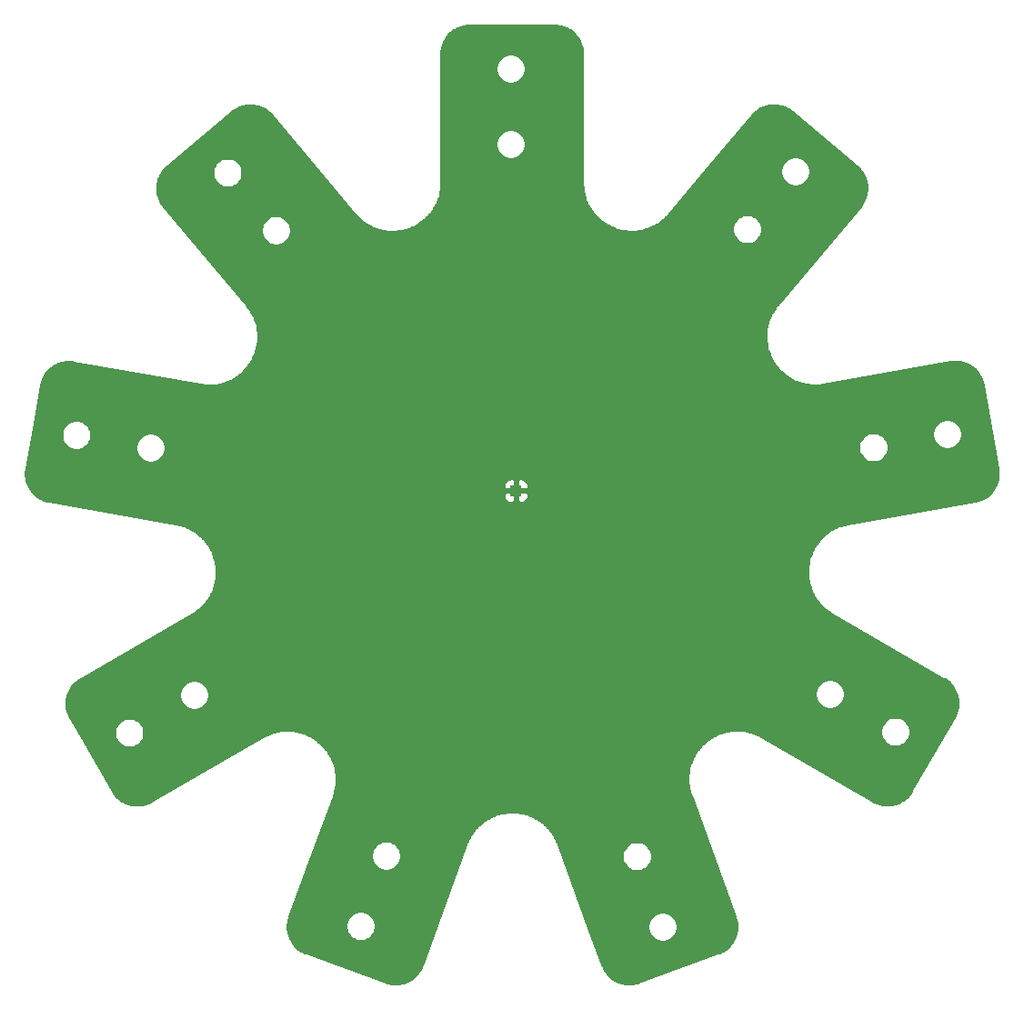
<source format=gbr>
%TF.GenerationSoftware,KiCad,Pcbnew,(5.1.9)-1*%
%TF.CreationDate,2022-01-01T02:22:55+09:00*%
%TF.ProjectId,DiodeORLogic,44696f64-654f-4524-9c6f-6769632e6b69,rev?*%
%TF.SameCoordinates,Original*%
%TF.FileFunction,Copper,L2,Bot*%
%TF.FilePolarity,Positive*%
%FSLAX46Y46*%
G04 Gerber Fmt 4.6, Leading zero omitted, Abs format (unit mm)*
G04 Created by KiCad (PCBNEW (5.1.9)-1) date 2022-01-01 02:22:55*
%MOMM*%
%LPD*%
G01*
G04 APERTURE LIST*
%TA.AperFunction,SMDPad,CuDef*%
%ADD10R,1.000000X1.000000*%
%TD*%
%TA.AperFunction,Conductor*%
%ADD11C,0.254000*%
%TD*%
%TA.AperFunction,Conductor*%
%ADD12C,0.100000*%
%TD*%
G04 APERTURE END LIST*
D10*
%TO.P,REF1,1*%
%TO.N,GND*%
X144750000Y-91350000D03*
%TD*%
D11*
%TO.N,GND*%
X148439152Y-48025194D02*
X148573034Y-48035374D01*
X148704749Y-48052111D01*
X148834180Y-48075225D01*
X148961280Y-48104560D01*
X149085890Y-48139945D01*
X149207883Y-48181223D01*
X149327158Y-48228251D01*
X149443555Y-48280874D01*
X149556892Y-48338921D01*
X149667055Y-48402264D01*
X149773824Y-48470711D01*
X149877069Y-48544130D01*
X149976569Y-48622322D01*
X150072191Y-48705152D01*
X150163713Y-48792410D01*
X150250962Y-48883925D01*
X150333774Y-48979525D01*
X150411982Y-49079047D01*
X150485394Y-49182281D01*
X150553847Y-49289060D01*
X150617184Y-49399212D01*
X150675240Y-49512566D01*
X150727852Y-49628941D01*
X150774883Y-49748223D01*
X150816161Y-49870217D01*
X150851545Y-49994821D01*
X150880880Y-50121923D01*
X150903995Y-50251357D01*
X150920732Y-50383075D01*
X150930912Y-50516953D01*
X150934571Y-50661627D01*
X150934571Y-62636603D01*
X150935413Y-62645195D01*
X150934787Y-62653805D01*
X150935094Y-62663364D01*
X150948177Y-62997993D01*
X150951244Y-63020273D01*
X150951399Y-63042756D01*
X150952463Y-63052261D01*
X150990890Y-63374833D01*
X150995788Y-63397120D01*
X150997777Y-63419846D01*
X150999602Y-63429234D01*
X151062139Y-63739300D01*
X151068858Y-63761273D01*
X151072705Y-63783922D01*
X151075283Y-63793132D01*
X151160698Y-64090242D01*
X151169169Y-64111594D01*
X151174831Y-64133849D01*
X151178144Y-64142821D01*
X151285201Y-64426526D01*
X151295304Y-64446991D01*
X151302688Y-64468577D01*
X151306712Y-64477254D01*
X151434179Y-64747106D01*
X151445752Y-64766456D01*
X151454725Y-64787142D01*
X151459427Y-64795470D01*
X151606070Y-65051020D01*
X151618935Y-65069090D01*
X151629335Y-65088688D01*
X151634676Y-65096622D01*
X151799261Y-65337421D01*
X151813238Y-65354106D01*
X151824892Y-65372480D01*
X151830831Y-65379978D01*
X152012124Y-65605577D01*
X152027035Y-65620811D01*
X152039784Y-65637888D01*
X152046275Y-65644912D01*
X152243044Y-65854862D01*
X152258733Y-65868624D01*
X152272427Y-65884362D01*
X152279425Y-65890882D01*
X152490436Y-66084733D01*
X152506768Y-66097028D01*
X152521283Y-66111422D01*
X152528741Y-66117410D01*
X152752758Y-66294714D01*
X152769638Y-66305576D01*
X152784872Y-66318638D01*
X152792744Y-66324071D01*
X153028535Y-66484379D01*
X153045888Y-66493844D01*
X153061771Y-66505602D01*
X153070011Y-66510458D01*
X153316344Y-66653320D01*
X153334122Y-66661426D01*
X153350603Y-66671906D01*
X153359165Y-66676167D01*
X153614806Y-66801135D01*
X153632977Y-66807911D01*
X153650033Y-66817139D01*
X153658875Y-66820786D01*
X153922588Y-66927411D01*
X153941150Y-66932879D01*
X153958769Y-66940866D01*
X153967845Y-66943883D01*
X154238399Y-67031715D01*
X154257342Y-67035875D01*
X154275521Y-67042617D01*
X154284787Y-67044987D01*
X154560946Y-67113579D01*
X154580272Y-67116415D01*
X154599026Y-67121895D01*
X154608436Y-67123603D01*
X154888969Y-67172504D01*
X154908676Y-67173982D01*
X154927996Y-67178155D01*
X154937504Y-67179186D01*
X155221175Y-67207947D01*
X155241244Y-67208013D01*
X155261115Y-67210820D01*
X155270673Y-67211161D01*
X155556250Y-67219335D01*
X155576649Y-67217923D01*
X155597045Y-67219287D01*
X155606602Y-67218924D01*
X155892850Y-67206060D01*
X155913501Y-67203094D01*
X155934366Y-67202928D01*
X155943870Y-67201853D01*
X156229557Y-67167503D01*
X156250369Y-67162906D01*
X156271607Y-67161117D01*
X156281001Y-67159322D01*
X156564892Y-67103037D01*
X156585725Y-67096741D01*
X156607206Y-67093244D01*
X156616434Y-67090729D01*
X156897296Y-67012059D01*
X156917970Y-67004020D01*
X156939518Y-66998747D01*
X156948519Y-66995515D01*
X157225120Y-66894013D01*
X157245434Y-66884214D01*
X157266834Y-66877130D01*
X157275549Y-66873192D01*
X157343513Y-66841909D01*
X164869473Y-66841909D01*
X164869473Y-67114731D01*
X164922698Y-67382309D01*
X165027102Y-67634363D01*
X165178674Y-67861206D01*
X165371587Y-68054119D01*
X165598430Y-68205691D01*
X165850484Y-68310095D01*
X166118062Y-68363320D01*
X166390884Y-68363320D01*
X166658462Y-68310095D01*
X166910516Y-68205691D01*
X167137359Y-68054119D01*
X167330272Y-67861206D01*
X167481844Y-67634363D01*
X167586248Y-67382309D01*
X167639473Y-67114731D01*
X167639473Y-66841909D01*
X167586248Y-66574331D01*
X167481844Y-66322277D01*
X167330272Y-66095434D01*
X167137359Y-65902521D01*
X166910516Y-65750949D01*
X166658462Y-65646545D01*
X166390884Y-65593320D01*
X166118062Y-65593320D01*
X165850484Y-65646545D01*
X165598430Y-65750949D01*
X165371587Y-65902521D01*
X165178674Y-66095434D01*
X165027102Y-66322277D01*
X164922698Y-66574331D01*
X164869473Y-66841909D01*
X157343513Y-66841909D01*
X157546653Y-66748407D01*
X157566349Y-66736890D01*
X157587364Y-66728002D01*
X157595735Y-66723376D01*
X157860110Y-66574860D01*
X157878945Y-66561708D01*
X157899306Y-66551081D01*
X157907276Y-66545794D01*
X158163685Y-66373096D01*
X158181398Y-66358463D01*
X158200835Y-66346224D01*
X158208352Y-66340310D01*
X158455565Y-66142984D01*
X158471921Y-66127081D01*
X158490189Y-66113411D01*
X158497206Y-66106912D01*
X158733989Y-65884509D01*
X158748800Y-65867586D01*
X158765678Y-65852727D01*
X158772157Y-65845691D01*
X158997275Y-65597760D01*
X159002429Y-65590830D01*
X159008678Y-65584879D01*
X159014877Y-65577596D01*
X162453507Y-61479598D01*
X169368987Y-61479598D01*
X169368987Y-61752420D01*
X169422212Y-62019998D01*
X169526616Y-62272052D01*
X169678188Y-62498895D01*
X169871101Y-62691808D01*
X170097944Y-62843380D01*
X170349998Y-62947784D01*
X170617576Y-63001009D01*
X170890398Y-63001009D01*
X171157976Y-62947784D01*
X171410030Y-62843380D01*
X171636873Y-62691808D01*
X171829786Y-62498895D01*
X171981358Y-62272052D01*
X172085762Y-62019998D01*
X172138987Y-61752420D01*
X172138987Y-61479598D01*
X172085762Y-61212020D01*
X171981358Y-60959966D01*
X171829786Y-60733123D01*
X171636873Y-60540210D01*
X171410030Y-60388638D01*
X171157976Y-60284234D01*
X170890398Y-60231009D01*
X170617576Y-60231009D01*
X170349998Y-60284234D01*
X170097944Y-60388638D01*
X169871101Y-60540210D01*
X169678188Y-60733123D01*
X169526616Y-60959966D01*
X169422212Y-61212020D01*
X169368987Y-61479598D01*
X162453507Y-61479598D01*
X166717908Y-56397486D01*
X166813708Y-56289007D01*
X166907570Y-56192986D01*
X167005053Y-56102848D01*
X167105968Y-56018545D01*
X167210111Y-55940057D01*
X167317326Y-55867338D01*
X167427372Y-55800413D01*
X167540061Y-55739275D01*
X167655176Y-55683942D01*
X167772521Y-55634422D01*
X167891839Y-55590753D01*
X168012904Y-55552962D01*
X168135515Y-55521063D01*
X168259361Y-55495104D01*
X168384274Y-55475096D01*
X168509948Y-55461075D01*
X168636140Y-55453060D01*
X168762618Y-55451074D01*
X168889123Y-55455134D01*
X169015381Y-55465254D01*
X169141189Y-55481453D01*
X169266275Y-55503738D01*
X169390422Y-55532126D01*
X169513415Y-55566634D01*
X169634997Y-55607270D01*
X169754999Y-55654072D01*
X169873192Y-55707059D01*
X169989404Y-55766283D01*
X170103419Y-55831777D01*
X170215067Y-55903613D01*
X170324173Y-55981875D01*
X170437373Y-56072085D01*
X176450676Y-61117853D01*
X176559135Y-61213636D01*
X176655162Y-61307504D01*
X176745290Y-61404977D01*
X176829597Y-61505898D01*
X176908088Y-61610044D01*
X176980801Y-61717252D01*
X177047725Y-61827295D01*
X177108861Y-61939980D01*
X177164203Y-62055113D01*
X177213712Y-62172429D01*
X177257391Y-62291779D01*
X177295178Y-62412827D01*
X177327078Y-62535443D01*
X177353038Y-62659299D01*
X177373044Y-62784194D01*
X177387067Y-62909879D01*
X177395081Y-63036081D01*
X177397067Y-63162526D01*
X177393007Y-63289049D01*
X177382887Y-63415305D01*
X177366688Y-63541115D01*
X177344404Y-63666198D01*
X177316013Y-63790357D01*
X177281512Y-63913326D01*
X177240871Y-64034922D01*
X177194070Y-64154921D01*
X177141076Y-64273131D01*
X177081865Y-64389320D01*
X177016357Y-64503357D01*
X176944521Y-64615004D01*
X176866262Y-64724107D01*
X176776088Y-64837264D01*
X169080332Y-74008714D01*
X169075456Y-74015836D01*
X169069442Y-74022028D01*
X169063533Y-74029548D01*
X168858458Y-74294298D01*
X168846484Y-74313341D01*
X168832152Y-74330662D01*
X168826858Y-74338627D01*
X168648950Y-74610433D01*
X168638380Y-74630646D01*
X168625291Y-74649341D01*
X168620655Y-74657707D01*
X168469255Y-74935430D01*
X168460280Y-74956577D01*
X168448668Y-74976400D01*
X168444723Y-74985113D01*
X168319175Y-75267616D01*
X168311941Y-75289411D01*
X168301970Y-75310106D01*
X168298742Y-75319109D01*
X168198390Y-75605256D01*
X168192976Y-75627423D01*
X168184755Y-75648710D01*
X168182261Y-75657943D01*
X168106449Y-75946597D01*
X168102877Y-75968857D01*
X168096454Y-75990470D01*
X168094702Y-75999872D01*
X168042773Y-76289895D01*
X168041013Y-76312010D01*
X168036382Y-76333706D01*
X168035374Y-76343217D01*
X168006671Y-76633473D01*
X168006653Y-76655234D01*
X168003769Y-76676807D01*
X168003500Y-76686367D01*
X167997367Y-76975719D01*
X167998997Y-76996969D01*
X167997786Y-77018250D01*
X167998244Y-77027803D01*
X168014025Y-77315115D01*
X168017197Y-77335739D01*
X168017571Y-77356598D01*
X168018741Y-77366091D01*
X168055779Y-77650224D01*
X168060387Y-77670141D01*
X168062254Y-77690499D01*
X168064118Y-77699879D01*
X168121757Y-77979699D01*
X168127706Y-77998871D01*
X168130980Y-78018669D01*
X168133518Y-78027891D01*
X168211102Y-78302257D01*
X168218309Y-78320657D01*
X168222919Y-78339876D01*
X168226109Y-78348893D01*
X168322982Y-78616672D01*
X168331388Y-78634306D01*
X168337278Y-78652930D01*
X168341099Y-78661698D01*
X168456603Y-78921752D01*
X168466168Y-78938624D01*
X168473303Y-78956659D01*
X168477731Y-78965136D01*
X168611212Y-79216327D01*
X168621913Y-79232441D01*
X168630276Y-79249886D01*
X168635290Y-79258031D01*
X168786087Y-79499223D01*
X168797925Y-79514587D01*
X168807519Y-79531440D01*
X168813094Y-79539212D01*
X168980555Y-79769268D01*
X168993537Y-79783864D01*
X169004379Y-79800113D01*
X169010490Y-79807471D01*
X169193957Y-80025253D01*
X169208104Y-80039052D01*
X169220221Y-80054668D01*
X169226842Y-80061570D01*
X169425660Y-80265943D01*
X169440991Y-80278894D01*
X169454411Y-80293819D01*
X169461514Y-80300224D01*
X169675026Y-80490050D01*
X169691557Y-80502078D01*
X169706303Y-80516232D01*
X169713857Y-80522098D01*
X169941404Y-80696241D01*
X169959137Y-80707248D01*
X169975224Y-80720529D01*
X169983195Y-80725814D01*
X170224124Y-80883137D01*
X170243025Y-80892994D01*
X170260440Y-80905273D01*
X170268790Y-80909937D01*
X170522442Y-81049302D01*
X170542450Y-81057871D01*
X170561152Y-81068999D01*
X170569837Y-81073003D01*
X170835558Y-81193273D01*
X170856564Y-81200404D01*
X170876461Y-81210216D01*
X170885434Y-81213526D01*
X171162566Y-81313565D01*
X171184421Y-81319115D01*
X171205371Y-81327445D01*
X171214579Y-81330031D01*
X171502467Y-81408702D01*
X171524962Y-81412541D01*
X171546774Y-81419240D01*
X171556160Y-81421077D01*
X171854146Y-81477242D01*
X171877021Y-81479273D01*
X171899452Y-81484221D01*
X171908956Y-81485294D01*
X172216385Y-81517818D01*
X172239365Y-81517994D01*
X172262119Y-81521112D01*
X172271678Y-81521414D01*
X172587894Y-81529159D01*
X172610650Y-81527489D01*
X172633429Y-81528760D01*
X172642982Y-81528292D01*
X172967327Y-81510121D01*
X172989551Y-81506678D01*
X173012027Y-81506144D01*
X173021513Y-81504918D01*
X173353331Y-81459695D01*
X173361730Y-81457700D01*
X173370347Y-81457158D01*
X173379777Y-81455563D01*
X185179446Y-79374956D01*
X185322556Y-79353436D01*
X185456173Y-79340213D01*
X185588786Y-79333825D01*
X185720269Y-79334112D01*
X185850537Y-79340930D01*
X185979383Y-79354138D01*
X186106706Y-79373607D01*
X186232333Y-79399209D01*
X186356101Y-79430820D01*
X186477792Y-79468304D01*
X186597275Y-79511552D01*
X186714324Y-79560427D01*
X186828719Y-79614788D01*
X186940309Y-79674527D01*
X187048853Y-79739488D01*
X187154120Y-79809517D01*
X187255966Y-79884511D01*
X187354114Y-79964274D01*
X187448419Y-80048706D01*
X187538632Y-80137615D01*
X187624590Y-80230887D01*
X187706093Y-80328368D01*
X187782941Y-80429906D01*
X187854971Y-80535390D01*
X187922001Y-80644692D01*
X187983837Y-80757668D01*
X188040325Y-80874245D01*
X188091281Y-80994312D01*
X188136519Y-81117761D01*
X188175876Y-81244575D01*
X188209150Y-81374659D01*
X188237874Y-81516491D01*
X189600974Y-89247045D01*
X189622497Y-89390186D01*
X189635720Y-89523797D01*
X189642108Y-89656407D01*
X189641821Y-89787890D01*
X189635002Y-89918158D01*
X189621794Y-90047006D01*
X189602325Y-90174327D01*
X189576724Y-90299952D01*
X189545111Y-90423726D01*
X189507627Y-90545417D01*
X189464378Y-90664898D01*
X189415503Y-90781951D01*
X189361145Y-90896339D01*
X189301405Y-91007931D01*
X189236444Y-91116474D01*
X189166407Y-91221754D01*
X189091429Y-91323577D01*
X189011654Y-91421738D01*
X188927234Y-91516030D01*
X188838325Y-91606244D01*
X188745046Y-91692209D01*
X188647565Y-91773712D01*
X188546026Y-91850561D01*
X188440540Y-91922593D01*
X188331234Y-91989624D01*
X188218255Y-92051462D01*
X188101693Y-92107943D01*
X187981641Y-92158893D01*
X187858166Y-92204140D01*
X187731359Y-92243495D01*
X187601276Y-92276769D01*
X187459437Y-92305494D01*
X175668331Y-94384584D01*
X175660015Y-94386906D01*
X175651428Y-94387784D01*
X175642067Y-94389746D01*
X175314794Y-94460738D01*
X175293391Y-94467626D01*
X175271270Y-94471683D01*
X175262095Y-94474382D01*
X174951096Y-94568239D01*
X174929995Y-94576933D01*
X174907960Y-94582839D01*
X174899031Y-94586267D01*
X174604536Y-94701697D01*
X174584070Y-94712127D01*
X174562432Y-94719848D01*
X174553809Y-94723986D01*
X174276044Y-94859695D01*
X174256487Y-94871745D01*
X174235550Y-94881187D01*
X174227290Y-94886009D01*
X173966485Y-95040705D01*
X173948093Y-95054203D01*
X173928111Y-95065226D01*
X173920266Y-95070696D01*
X173676646Y-95243087D01*
X173659598Y-95257846D01*
X173640788Y-95270272D01*
X173633402Y-95276348D01*
X173407198Y-95465139D01*
X173391633Y-95480950D01*
X173374142Y-95494592D01*
X173367256Y-95501230D01*
X173158695Y-95705129D01*
X173144690Y-95721791D01*
X173128618Y-95736460D01*
X173122266Y-95743610D01*
X172931576Y-95961324D01*
X172919162Y-95978655D01*
X172904559Y-95994175D01*
X172898769Y-96001787D01*
X172726178Y-96232024D01*
X172715351Y-96249863D01*
X172702230Y-96266081D01*
X172697024Y-96274105D01*
X172542759Y-96515572D01*
X172533487Y-96533791D01*
X172521831Y-96550586D01*
X172517229Y-96558971D01*
X172381519Y-96810373D01*
X172373753Y-96828883D01*
X172363534Y-96846155D01*
X172359551Y-96854850D01*
X172242624Y-97114897D01*
X172236316Y-97133630D01*
X172227496Y-97151311D01*
X172224144Y-97160269D01*
X172126227Y-97427668D01*
X172121331Y-97446582D01*
X172113872Y-97464634D01*
X172111163Y-97473806D01*
X172032485Y-97747263D01*
X172028966Y-97766340D01*
X172022842Y-97784734D01*
X172020785Y-97794075D01*
X171961573Y-98072297D01*
X171959411Y-98091523D01*
X171954605Y-98110263D01*
X171953210Y-98119725D01*
X171913693Y-98401420D01*
X171912886Y-98420803D01*
X171909403Y-98439875D01*
X171908677Y-98449411D01*
X171889082Y-98733286D01*
X171889645Y-98752816D01*
X171887506Y-98772230D01*
X171887457Y-98781794D01*
X171888013Y-99066557D01*
X171889980Y-99086222D01*
X171889225Y-99105969D01*
X171889861Y-99115512D01*
X171910795Y-99399868D01*
X171914215Y-99419648D01*
X171914902Y-99439704D01*
X171916226Y-99449177D01*
X171957767Y-99731834D01*
X171962698Y-99751671D01*
X171964897Y-99771998D01*
X171966914Y-99781347D01*
X172029289Y-100061013D01*
X172035797Y-100080837D01*
X172039583Y-100101355D01*
X172042292Y-100110528D01*
X172125729Y-100385910D01*
X172133871Y-100405609D01*
X172139320Y-100426212D01*
X172142719Y-100435152D01*
X172247446Y-100704956D01*
X172257263Y-100724378D01*
X172264438Y-100744927D01*
X172268517Y-100753578D01*
X172394763Y-101016512D01*
X172406271Y-101035478D01*
X172415205Y-101055781D01*
X172419951Y-101064084D01*
X172567942Y-101318857D01*
X172581117Y-101337157D01*
X172591811Y-101357005D01*
X172597203Y-101364904D01*
X172767169Y-101610220D01*
X172781930Y-101627616D01*
X172794335Y-101646772D01*
X172800345Y-101654212D01*
X172992513Y-101888780D01*
X173008733Y-101905042D01*
X173022733Y-101923247D01*
X173029324Y-101930178D01*
X173243922Y-102152705D01*
X173261413Y-102167612D01*
X173276841Y-102184628D01*
X173283970Y-102191004D01*
X173521226Y-102400195D01*
X173539730Y-102413542D01*
X173556363Y-102429158D01*
X173563982Y-102434940D01*
X173824124Y-102629505D01*
X173843363Y-102641153D01*
X173860923Y-102655191D01*
X173868977Y-102660350D01*
X174152233Y-102838996D01*
X174159954Y-102842869D01*
X174166900Y-102847990D01*
X174175149Y-102852830D01*
X184551458Y-108843598D01*
X184674930Y-108919109D01*
X184785793Y-108994872D01*
X184891488Y-109075220D01*
X184992043Y-109159971D01*
X185087425Y-109248906D01*
X185177638Y-109341844D01*
X185262666Y-109438608D01*
X185342446Y-109538972D01*
X185416937Y-109642743D01*
X185486067Y-109749685D01*
X185549794Y-109859612D01*
X185608034Y-109972276D01*
X185660741Y-110087489D01*
X185707812Y-110204946D01*
X185749202Y-110324475D01*
X185784838Y-110445818D01*
X185814644Y-110568705D01*
X185838560Y-110692905D01*
X185856529Y-110818190D01*
X185868488Y-110944289D01*
X185874382Y-111070993D01*
X185874156Y-111198057D01*
X185867758Y-111325249D01*
X185855131Y-111452359D01*
X185836224Y-111579151D01*
X185810971Y-111705462D01*
X185779312Y-111831065D01*
X185741168Y-111955796D01*
X185696468Y-112079448D01*
X185645106Y-112201884D01*
X185586983Y-112322917D01*
X185517809Y-112450048D01*
X181592904Y-119248176D01*
X181517388Y-119371654D01*
X181441632Y-119482507D01*
X181361280Y-119588207D01*
X181276544Y-119688743D01*
X181187596Y-119784141D01*
X181094653Y-119874358D01*
X180997897Y-119959378D01*
X180897534Y-120039157D01*
X180793783Y-120113635D01*
X180686822Y-120182778D01*
X180576897Y-120246504D01*
X180464223Y-120304751D01*
X180349029Y-120357450D01*
X180231555Y-120404526D01*
X180112037Y-120445914D01*
X179990680Y-120481554D01*
X179867803Y-120511358D01*
X179743593Y-120535277D01*
X179618330Y-120553242D01*
X179492208Y-120565202D01*
X179365508Y-120571097D01*
X179238449Y-120570871D01*
X179111246Y-120564471D01*
X178984154Y-120551847D01*
X178857349Y-120532939D01*
X178731032Y-120507684D01*
X178605454Y-120476031D01*
X178480709Y-120437883D01*
X178357057Y-120393183D01*
X178234621Y-120341821D01*
X178113582Y-120283695D01*
X177986455Y-120214523D01*
X167617107Y-114227778D01*
X167609247Y-114224212D01*
X167602102Y-114219364D01*
X167593670Y-114214850D01*
X167297330Y-114058865D01*
X167276504Y-114050383D01*
X167256953Y-114039273D01*
X167248189Y-114035443D01*
X166949620Y-113907436D01*
X166927869Y-113900533D01*
X166907194Y-113890894D01*
X166898151Y-113887780D01*
X166598358Y-113786906D01*
X166575970Y-113781739D01*
X166554433Y-113773746D01*
X166545168Y-113771373D01*
X166245154Y-113696789D01*
X166222423Y-113693448D01*
X166200321Y-113687225D01*
X166190894Y-113685609D01*
X165995909Y-113653589D01*
X178668909Y-113653589D01*
X178668909Y-113926411D01*
X178722134Y-114193989D01*
X178826538Y-114446043D01*
X178978110Y-114672886D01*
X179171023Y-114865799D01*
X179397866Y-115017371D01*
X179649920Y-115121775D01*
X179917498Y-115175000D01*
X180190320Y-115175000D01*
X180457898Y-115121775D01*
X180709952Y-115017371D01*
X180936795Y-114865799D01*
X181129708Y-114672886D01*
X181281280Y-114446043D01*
X181385684Y-114193989D01*
X181438909Y-113926411D01*
X181438909Y-113653589D01*
X181385684Y-113386011D01*
X181281280Y-113133957D01*
X181129708Y-112907114D01*
X180936795Y-112714201D01*
X180709952Y-112562629D01*
X180457898Y-112458225D01*
X180190320Y-112405000D01*
X179917498Y-112405000D01*
X179649920Y-112458225D01*
X179397866Y-112562629D01*
X179171023Y-112714201D01*
X178978110Y-112907114D01*
X178826538Y-113133957D01*
X178722134Y-113386011D01*
X178668909Y-113653589D01*
X165995909Y-113653589D01*
X165891669Y-113636471D01*
X165868902Y-113634988D01*
X165846511Y-113630589D01*
X165836985Y-113629736D01*
X165539552Y-113605199D01*
X165517005Y-113605547D01*
X165494609Y-113602975D01*
X165485045Y-113602882D01*
X165190410Y-113602103D01*
X165168318Y-113604210D01*
X165146153Y-113603418D01*
X165136612Y-113604077D01*
X164845782Y-113626213D01*
X164824348Y-113629974D01*
X164802606Y-113630880D01*
X164793144Y-113632274D01*
X164507122Y-113676479D01*
X164486474Y-113681775D01*
X164465306Y-113684278D01*
X164455978Y-113686388D01*
X164175772Y-113751821D01*
X164156013Y-113758526D01*
X164135538Y-113762516D01*
X164126393Y-113765316D01*
X163853008Y-113851130D01*
X163834192Y-113859127D01*
X163814467Y-113864501D01*
X163805552Y-113867966D01*
X163539993Y-113973320D01*
X163522147Y-113982507D01*
X163503216Y-113989170D01*
X163494576Y-113993270D01*
X163237849Y-114117319D01*
X163220976Y-114127614D01*
X163202855Y-114135489D01*
X163194530Y-114140197D01*
X162947641Y-114282096D01*
X162931736Y-114293436D01*
X162914414Y-114302472D01*
X162906443Y-114307757D01*
X162670398Y-114466664D01*
X162655442Y-114479014D01*
X162638923Y-114489171D01*
X162631344Y-114495005D01*
X162407147Y-114670075D01*
X162393134Y-114683413D01*
X162377406Y-114694679D01*
X162370255Y-114701031D01*
X162158914Y-114891421D01*
X162145842Y-114905744D01*
X162130908Y-114918121D01*
X162124223Y-114924960D01*
X161926741Y-115129826D01*
X161914621Y-115145146D01*
X161900501Y-115158645D01*
X161894316Y-115165941D01*
X161711701Y-115384438D01*
X161700569Y-115400765D01*
X161687295Y-115415409D01*
X161681648Y-115423128D01*
X161514904Y-115654414D01*
X161504812Y-115671761D01*
X161492444Y-115687569D01*
X161487370Y-115695676D01*
X161337503Y-115938906D01*
X161328527Y-115957277D01*
X161317148Y-115974258D01*
X161312683Y-115982716D01*
X161180699Y-116237047D01*
X161172941Y-116256418D01*
X161162653Y-116274569D01*
X161158833Y-116283337D01*
X161045738Y-116547924D01*
X161039315Y-116568242D01*
X161030243Y-116587533D01*
X161027100Y-116596566D01*
X160933899Y-116870566D01*
X160928934Y-116891758D01*
X160921224Y-116912106D01*
X160918788Y-116921355D01*
X160846487Y-117203923D01*
X160843111Y-117225853D01*
X160836905Y-117247147D01*
X160835203Y-117256558D01*
X160784807Y-117546852D01*
X160783137Y-117569336D01*
X160778570Y-117591419D01*
X160777623Y-117600936D01*
X160750139Y-117898111D01*
X160750265Y-117920927D01*
X160747455Y-117943570D01*
X160747275Y-117953133D01*
X160743707Y-118256345D01*
X160745679Y-118279229D01*
X160744702Y-118302177D01*
X160745296Y-118311723D01*
X160766651Y-118620129D01*
X160770467Y-118642786D01*
X160771348Y-118665740D01*
X160772711Y-118675207D01*
X160819994Y-118987963D01*
X160825590Y-119010084D01*
X160828294Y-119032736D01*
X160830414Y-119042063D01*
X160904630Y-119358323D01*
X160911880Y-119379612D01*
X160916310Y-119401659D01*
X160919164Y-119410787D01*
X161021321Y-119729711D01*
X161024744Y-119737637D01*
X161026774Y-119746026D01*
X161029982Y-119755036D01*
X165128178Y-131014714D01*
X165174220Y-131151910D01*
X165210446Y-131281208D01*
X165239769Y-131410713D01*
X165262317Y-131540237D01*
X165278223Y-131669716D01*
X165287589Y-131798901D01*
X165290525Y-131927671D01*
X165287128Y-132055819D01*
X165277491Y-132183179D01*
X165261702Y-132309574D01*
X165239866Y-132434716D01*
X165212054Y-132558492D01*
X165178379Y-132680605D01*
X165138931Y-132800856D01*
X165093812Y-132919012D01*
X165043116Y-133034865D01*
X164986954Y-133148170D01*
X164925444Y-133258680D01*
X164858675Y-133366210D01*
X164786775Y-133470502D01*
X164709850Y-133571347D01*
X164628002Y-133668539D01*
X164541349Y-133761855D01*
X164449961Y-133851122D01*
X164353985Y-133936089D01*
X164253437Y-134016625D01*
X164148463Y-134092483D01*
X164039061Y-134163519D01*
X163925344Y-134229505D01*
X163807295Y-134290283D01*
X163684970Y-134345639D01*
X163550268Y-134398560D01*
X156173837Y-137083354D01*
X156036664Y-137129388D01*
X155907360Y-137165617D01*
X155777867Y-137194936D01*
X155648331Y-137217485D01*
X155518854Y-137233392D01*
X155389688Y-137242757D01*
X155260905Y-137245693D01*
X155132745Y-137242295D01*
X155005390Y-137232659D01*
X154879011Y-137216872D01*
X154753855Y-137195032D01*
X154630078Y-137167220D01*
X154507969Y-137133547D01*
X154387718Y-137094099D01*
X154269563Y-137048980D01*
X154153698Y-136998278D01*
X154040405Y-136942122D01*
X153929885Y-136880607D01*
X153822369Y-136813845D01*
X153718067Y-136741938D01*
X153617231Y-136665020D01*
X153520035Y-136583169D01*
X153426723Y-136496519D01*
X153337454Y-136405129D01*
X153252487Y-136309153D01*
X153171961Y-136208618D01*
X153096078Y-136103609D01*
X153025057Y-135994231D01*
X152959066Y-135880505D01*
X152898294Y-135762467D01*
X152842939Y-135640143D01*
X152790006Y-135505409D01*
X151453821Y-131834267D01*
X157015687Y-131834267D01*
X157015687Y-132107089D01*
X157068912Y-132374667D01*
X157173316Y-132626721D01*
X157324888Y-132853564D01*
X157517801Y-133046477D01*
X157744644Y-133198049D01*
X157996698Y-133302453D01*
X158264276Y-133355678D01*
X158537098Y-133355678D01*
X158804676Y-133302453D01*
X159056730Y-133198049D01*
X159283573Y-133046477D01*
X159476486Y-132853564D01*
X159628058Y-132626721D01*
X159732462Y-132374667D01*
X159785687Y-132107089D01*
X159785687Y-131834267D01*
X159732462Y-131566689D01*
X159628058Y-131314635D01*
X159476486Y-131087792D01*
X159283573Y-130894879D01*
X159056730Y-130743307D01*
X158804676Y-130638903D01*
X158537098Y-130585678D01*
X158264276Y-130585678D01*
X157996698Y-130638903D01*
X157744644Y-130743307D01*
X157517801Y-130894879D01*
X157324888Y-131087792D01*
X157173316Y-131314635D01*
X157068912Y-131566689D01*
X157015687Y-131834267D01*
X151453821Y-131834267D01*
X149059681Y-125256419D01*
X154621546Y-125256419D01*
X154621546Y-125529241D01*
X154674771Y-125796819D01*
X154779175Y-126048873D01*
X154930747Y-126275716D01*
X155123660Y-126468629D01*
X155350503Y-126620201D01*
X155602557Y-126724605D01*
X155870135Y-126777830D01*
X156142957Y-126777830D01*
X156410535Y-126724605D01*
X156662589Y-126620201D01*
X156889432Y-126468629D01*
X157082345Y-126275716D01*
X157233917Y-126048873D01*
X157338321Y-125796819D01*
X157391546Y-125529241D01*
X157391546Y-125256419D01*
X157338321Y-124988841D01*
X157233917Y-124736787D01*
X157082345Y-124509944D01*
X156889432Y-124317031D01*
X156662589Y-124165459D01*
X156410535Y-124061055D01*
X156142957Y-124007830D01*
X155870135Y-124007830D01*
X155602557Y-124061055D01*
X155350503Y-124165459D01*
X155123660Y-124317031D01*
X154930747Y-124509944D01*
X154779175Y-124736787D01*
X154674771Y-124988841D01*
X154621546Y-125256419D01*
X149059681Y-125256419D01*
X148694968Y-124254379D01*
X148691237Y-124246591D01*
X148688881Y-124238288D01*
X148685324Y-124229410D01*
X148558579Y-123919435D01*
X148548076Y-123899547D01*
X148540242Y-123878475D01*
X148535991Y-123869907D01*
X148389556Y-123579932D01*
X148377330Y-123560663D01*
X148367688Y-123539988D01*
X148362762Y-123531790D01*
X148197947Y-123261812D01*
X148184118Y-123243462D01*
X148172758Y-123223497D01*
X148167186Y-123215724D01*
X147985305Y-122965745D01*
X147970040Y-122948576D01*
X147957109Y-122929601D01*
X147950927Y-122922303D01*
X147753293Y-122692322D01*
X147736798Y-122676545D01*
X147722478Y-122658788D01*
X147715729Y-122652011D01*
X147503654Y-122442029D01*
X147486159Y-122427803D01*
X147470656Y-122411437D01*
X147463389Y-122405219D01*
X147238188Y-122215235D01*
X147219916Y-122202653D01*
X147203441Y-122187794D01*
X147195708Y-122182166D01*
X146958690Y-122012180D01*
X146939853Y-122001284D01*
X146922614Y-121988001D01*
X146914469Y-121982987D01*
X146666949Y-121832999D01*
X146647726Y-121823783D01*
X146629906Y-121812097D01*
X146621404Y-121807717D01*
X146364695Y-121677728D01*
X146345251Y-121670164D01*
X146326997Y-121660057D01*
X146318191Y-121656324D01*
X146053605Y-121546333D01*
X146034054Y-121540366D01*
X146015487Y-121531802D01*
X146006431Y-121528726D01*
X145735280Y-121438734D01*
X145715705Y-121434301D01*
X145696922Y-121427237D01*
X145687667Y-121424824D01*
X145411267Y-121354830D01*
X145391728Y-121351871D01*
X145372778Y-121346254D01*
X145363374Y-121344509D01*
X145083035Y-121294513D01*
X145063559Y-121292976D01*
X145044487Y-121288765D01*
X145034984Y-121287690D01*
X144752018Y-121257692D01*
X144732626Y-121257539D01*
X144713439Y-121254701D01*
X144703883Y-121254298D01*
X144419606Y-121244299D01*
X144400295Y-121245509D01*
X144381009Y-121244030D01*
X144371448Y-121244299D01*
X144087170Y-121254298D01*
X144067947Y-121256868D01*
X144048553Y-121256750D01*
X144039035Y-121257692D01*
X143756070Y-121287690D01*
X143736936Y-121291636D01*
X143717447Y-121292900D01*
X143708020Y-121294513D01*
X143427681Y-121344508D01*
X143408654Y-121349860D01*
X143389076Y-121352546D01*
X143379788Y-121354829D01*
X143103387Y-121424823D01*
X143084502Y-121431626D01*
X143064869Y-121435785D01*
X143055770Y-121438734D01*
X142784620Y-121528727D01*
X142765938Y-121537029D01*
X142746306Y-121542723D01*
X142737449Y-121546332D01*
X142472862Y-121656324D01*
X142454469Y-121666175D01*
X142434920Y-121673467D01*
X142426358Y-121677728D01*
X142169649Y-121807717D01*
X142151666Y-121819154D01*
X142132320Y-121828099D01*
X142124106Y-121832998D01*
X141876586Y-121982985D01*
X141859163Y-121996026D01*
X141840173Y-122006660D01*
X141832362Y-122012180D01*
X141595344Y-122182166D01*
X141578663Y-122196794D01*
X141560221Y-122209117D01*
X141552868Y-122215233D01*
X141327665Y-122405217D01*
X141311935Y-122421365D01*
X141294242Y-122435346D01*
X141287399Y-122442028D01*
X141075324Y-122652010D01*
X141060753Y-122669571D01*
X141044044Y-122685112D01*
X141037760Y-122692322D01*
X140840126Y-122922302D01*
X140826927Y-122941101D01*
X140811429Y-122958050D01*
X140805748Y-122965744D01*
X140623867Y-123215723D01*
X140612228Y-123235531D01*
X140598145Y-123253684D01*
X140593105Y-123261813D01*
X140428291Y-123531791D01*
X140418360Y-123552331D01*
X140405870Y-123571423D01*
X140401499Y-123579930D01*
X140255063Y-123869905D01*
X140246934Y-123890870D01*
X140236155Y-123910608D01*
X140232474Y-123919435D01*
X140105730Y-124229411D01*
X140103258Y-124237682D01*
X140099420Y-124245414D01*
X140096086Y-124254378D01*
X135997994Y-135513788D01*
X135945067Y-135648505D01*
X135889708Y-135770835D01*
X135828933Y-135888879D01*
X135762943Y-136002603D01*
X135691911Y-136111999D01*
X135616039Y-136216994D01*
X135535517Y-136317523D01*
X135450549Y-136413499D01*
X135361277Y-136504892D01*
X135267970Y-136591538D01*
X135170779Y-136673384D01*
X135069925Y-136750317D01*
X134965645Y-136822209D01*
X134858113Y-136888981D01*
X134747587Y-136950499D01*
X134634302Y-137006651D01*
X134518441Y-137057351D01*
X134400287Y-137102468D01*
X134280022Y-137141921D01*
X134157920Y-137175593D01*
X134034153Y-137203402D01*
X133908983Y-137225244D01*
X133782617Y-137241029D01*
X133655250Y-137250667D01*
X133527092Y-137254065D01*
X133398317Y-137251129D01*
X133269140Y-137241762D01*
X133139671Y-137225857D01*
X133010130Y-137203307D01*
X132880633Y-137173986D01*
X132751347Y-137137763D01*
X132614128Y-137091713D01*
X125237746Y-134406925D01*
X125103021Y-134353995D01*
X124980697Y-134298639D01*
X124862657Y-134237866D01*
X124748929Y-134171873D01*
X124639535Y-134100842D01*
X124534546Y-134024975D01*
X124434014Y-133944451D01*
X124338019Y-133859465D01*
X124246654Y-133770220D01*
X124159990Y-133676894D01*
X124078141Y-133579700D01*
X124001222Y-133478863D01*
X123929321Y-133374569D01*
X123862554Y-133267045D01*
X123801036Y-133156519D01*
X123744884Y-133043234D01*
X123694182Y-132927368D01*
X123649066Y-132809220D01*
X123609611Y-132688947D01*
X123575939Y-132566841D01*
X123548130Y-132443076D01*
X123526293Y-132317932D01*
X123510504Y-132191537D01*
X123500867Y-132064177D01*
X123497470Y-131936031D01*
X123500406Y-131807243D01*
X123503425Y-131765596D01*
X128900015Y-131765596D01*
X128900015Y-132038418D01*
X128953240Y-132305996D01*
X129057644Y-132558050D01*
X129209216Y-132784893D01*
X129402129Y-132977806D01*
X129628972Y-133129378D01*
X129881026Y-133233782D01*
X130148604Y-133287007D01*
X130421426Y-133287007D01*
X130689004Y-133233782D01*
X130941058Y-133129378D01*
X131167901Y-132977806D01*
X131360814Y-132784893D01*
X131512386Y-132558050D01*
X131616790Y-132305996D01*
X131670015Y-132038418D01*
X131670015Y-131765596D01*
X131616790Y-131498018D01*
X131512386Y-131245964D01*
X131360814Y-131019121D01*
X131167901Y-130826208D01*
X130941058Y-130674636D01*
X130689004Y-130570232D01*
X130421426Y-130517007D01*
X130148604Y-130517007D01*
X129881026Y-130570232D01*
X129628972Y-130674636D01*
X129402129Y-130826208D01*
X129209216Y-131019121D01*
X129057644Y-131245964D01*
X128953240Y-131498018D01*
X128900015Y-131765596D01*
X123503425Y-131765596D01*
X123509771Y-131678077D01*
X123525678Y-131548600D01*
X123548227Y-131419064D01*
X123577547Y-131289571D01*
X123613771Y-131160282D01*
X123659813Y-131023086D01*
X125783701Y-125187748D01*
X131294156Y-125187748D01*
X131294156Y-125460570D01*
X131347381Y-125728148D01*
X131451785Y-125980202D01*
X131603357Y-126207045D01*
X131796270Y-126399958D01*
X132023113Y-126551530D01*
X132275167Y-126655934D01*
X132542745Y-126709159D01*
X132815567Y-126709159D01*
X133083145Y-126655934D01*
X133335199Y-126551530D01*
X133562042Y-126399958D01*
X133754955Y-126207045D01*
X133906527Y-125980202D01*
X134010931Y-125728148D01*
X134064156Y-125460570D01*
X134064156Y-125187748D01*
X134010931Y-124920170D01*
X133906527Y-124668116D01*
X133754955Y-124441273D01*
X133562042Y-124248360D01*
X133335199Y-124096788D01*
X133083145Y-123992384D01*
X132815567Y-123939159D01*
X132542745Y-123939159D01*
X132275167Y-123992384D01*
X132023113Y-124096788D01*
X131796270Y-124248360D01*
X131603357Y-124441273D01*
X131451785Y-124668116D01*
X131347381Y-124920170D01*
X131294156Y-125187748D01*
X125783701Y-125187748D01*
X127754778Y-119772258D01*
X127756927Y-119763889D01*
X127760458Y-119756017D01*
X127763440Y-119746930D01*
X127865594Y-119428006D01*
X127870331Y-119406025D01*
X127877876Y-119384843D01*
X127880126Y-119375548D01*
X127954344Y-119059286D01*
X127957365Y-119036665D01*
X127963268Y-119014629D01*
X127964764Y-119005183D01*
X128012046Y-118692427D01*
X128013247Y-118669482D01*
X128017378Y-118646888D01*
X128018106Y-118637351D01*
X128039461Y-118328946D01*
X128038804Y-118305981D01*
X128041095Y-118283131D01*
X128041050Y-118273567D01*
X128037482Y-117970355D01*
X128034988Y-117947670D01*
X128035432Y-117924859D01*
X128034618Y-117915330D01*
X128007133Y-117618155D01*
X128002875Y-117596012D01*
X128001519Y-117573508D01*
X127999949Y-117564074D01*
X127949553Y-117273781D01*
X127943644Y-117252401D01*
X127940575Y-117230428D01*
X127938269Y-117221146D01*
X127865968Y-116938577D01*
X127858541Y-116918118D01*
X127853873Y-116896863D01*
X127850857Y-116887787D01*
X127757656Y-116613788D01*
X127748853Y-116594370D01*
X127742714Y-116573964D01*
X127739017Y-116565143D01*
X127625921Y-116300557D01*
X127615888Y-116282265D01*
X127608402Y-116262790D01*
X127604056Y-116254270D01*
X127472072Y-115999939D01*
X127460930Y-115982799D01*
X127452213Y-115964308D01*
X127447253Y-115956131D01*
X127297387Y-115712901D01*
X127285241Y-115696922D01*
X127275390Y-115679432D01*
X127269851Y-115671635D01*
X127103106Y-115440350D01*
X127090040Y-115425525D01*
X127079137Y-115409044D01*
X127073055Y-115401663D01*
X126890440Y-115183165D01*
X126876511Y-115169471D01*
X126864604Y-115153981D01*
X126858014Y-115147049D01*
X126660532Y-114942183D01*
X126645773Y-114929600D01*
X126632901Y-114915094D01*
X126625840Y-114908643D01*
X126414498Y-114718254D01*
X126398932Y-114706772D01*
X126385105Y-114693238D01*
X126377608Y-114687299D01*
X126153411Y-114512228D01*
X126137033Y-114501840D01*
X126122254Y-114489285D01*
X126114357Y-114483888D01*
X125878312Y-114324981D01*
X125861116Y-114315703D01*
X125845372Y-114304143D01*
X125837113Y-114299319D01*
X125590223Y-114157420D01*
X125572212Y-114149292D01*
X125555488Y-114138765D01*
X125546906Y-114134544D01*
X125290180Y-114010495D01*
X125271344Y-114003569D01*
X125253626Y-113994132D01*
X125244760Y-113990543D01*
X124979201Y-113885190D01*
X124959552Y-113879541D01*
X124940854Y-113871284D01*
X124931749Y-113868356D01*
X124658363Y-113782541D01*
X124637943Y-113778265D01*
X124618277Y-113771284D01*
X124608979Y-113769044D01*
X124328774Y-113703612D01*
X124307640Y-113700813D01*
X124287074Y-113695231D01*
X124277633Y-113693704D01*
X123991612Y-113649499D01*
X123969881Y-113648290D01*
X123948504Y-113644230D01*
X123938973Y-113643438D01*
X123648142Y-113621302D01*
X123625963Y-113621785D01*
X123603908Y-113619370D01*
X123594344Y-113619328D01*
X123299710Y-113620107D01*
X123277270Y-113622367D01*
X123254739Y-113621705D01*
X123245202Y-113622424D01*
X122947770Y-113646961D01*
X122925321Y-113651047D01*
X122902532Y-113652212D01*
X122893084Y-113653696D01*
X122593858Y-113702835D01*
X122571665Y-113708751D01*
X122548897Y-113711773D01*
X122539599Y-113714015D01*
X122239587Y-113788600D01*
X122217939Y-113796292D01*
X122195483Y-113801146D01*
X122186397Y-113804132D01*
X121886604Y-113905006D01*
X121865789Y-113914359D01*
X121843952Y-113920955D01*
X121835136Y-113924662D01*
X121536566Y-114052669D01*
X121516862Y-114063505D01*
X121495918Y-114071696D01*
X121487424Y-114076092D01*
X121191085Y-114232076D01*
X121183870Y-114236826D01*
X121175965Y-114240280D01*
X121167649Y-114245004D01*
X110790944Y-120236001D01*
X110663796Y-120305185D01*
X110542757Y-120363311D01*
X110420322Y-120414672D01*
X110296676Y-120459370D01*
X110171939Y-120497515D01*
X110046341Y-120529173D01*
X109920021Y-120554428D01*
X109793233Y-120573335D01*
X109666140Y-120585959D01*
X109538936Y-120592358D01*
X109411872Y-120592584D01*
X109285169Y-120586690D01*
X109159067Y-120574731D01*
X109033787Y-120556763D01*
X108909588Y-120532847D01*
X108786685Y-120503037D01*
X108665368Y-120467409D01*
X108545837Y-120426018D01*
X108428360Y-120378939D01*
X108313164Y-120326240D01*
X108200484Y-120267991D01*
X108090565Y-120204269D01*
X107983607Y-120135128D01*
X107879849Y-120060646D01*
X107779488Y-119980867D01*
X107682731Y-119895846D01*
X107589787Y-119805628D01*
X107500839Y-119710232D01*
X107416103Y-119609695D01*
X107335752Y-119503996D01*
X107259989Y-119393133D01*
X107184478Y-119269661D01*
X103993996Y-113743589D01*
X107371091Y-113743589D01*
X107371091Y-114016411D01*
X107424316Y-114283989D01*
X107528720Y-114536043D01*
X107680292Y-114762886D01*
X107873205Y-114955799D01*
X108100048Y-115107371D01*
X108352102Y-115211775D01*
X108619680Y-115265000D01*
X108892502Y-115265000D01*
X109160080Y-115211775D01*
X109412134Y-115107371D01*
X109638977Y-114955799D01*
X109831890Y-114762886D01*
X109983462Y-114536043D01*
X110087866Y-114283989D01*
X110141091Y-114016411D01*
X110141091Y-113743589D01*
X110087866Y-113476011D01*
X109983462Y-113223957D01*
X109831890Y-112997114D01*
X109638977Y-112804201D01*
X109412134Y-112652629D01*
X109160080Y-112548225D01*
X108892502Y-112495000D01*
X108619680Y-112495000D01*
X108352102Y-112548225D01*
X108100048Y-112652629D01*
X107873205Y-112804201D01*
X107680292Y-112997114D01*
X107528720Y-113223957D01*
X107424316Y-113476011D01*
X107371091Y-113743589D01*
X103993996Y-113743589D01*
X103259579Y-112471543D01*
X103190404Y-112344411D01*
X103132280Y-112223377D01*
X103080911Y-112100926D01*
X103036220Y-111977296D01*
X102998072Y-111852550D01*
X102966414Y-111726952D01*
X102941159Y-111600632D01*
X102922252Y-111473844D01*
X102909628Y-111346751D01*
X102903229Y-111219547D01*
X102903003Y-111092483D01*
X102908897Y-110965780D01*
X102920855Y-110839685D01*
X102938823Y-110714404D01*
X102962744Y-110590184D01*
X102992550Y-110467295D01*
X103028181Y-110345967D01*
X103063633Y-110243589D01*
X113433269Y-110243589D01*
X113433269Y-110516411D01*
X113486494Y-110783989D01*
X113590898Y-111036043D01*
X113742470Y-111262886D01*
X113935383Y-111455799D01*
X114162226Y-111607371D01*
X114414280Y-111711775D01*
X114681858Y-111765000D01*
X114954680Y-111765000D01*
X115222258Y-111711775D01*
X115474312Y-111607371D01*
X115701155Y-111455799D01*
X115894068Y-111262886D01*
X116045640Y-111036043D01*
X116150044Y-110783989D01*
X116203269Y-110516411D01*
X116203269Y-110243589D01*
X116185367Y-110153589D01*
X172606731Y-110153589D01*
X172606731Y-110426411D01*
X172659956Y-110693989D01*
X172764360Y-110946043D01*
X172915932Y-111172886D01*
X173108845Y-111365799D01*
X173335688Y-111517371D01*
X173587742Y-111621775D01*
X173855320Y-111675000D01*
X174128142Y-111675000D01*
X174395720Y-111621775D01*
X174647774Y-111517371D01*
X174874617Y-111365799D01*
X175067530Y-111172886D01*
X175219102Y-110946043D01*
X175323506Y-110693989D01*
X175376731Y-110426411D01*
X175376731Y-110153589D01*
X175323506Y-109886011D01*
X175219102Y-109633957D01*
X175067530Y-109407114D01*
X174874617Y-109214201D01*
X174647774Y-109062629D01*
X174395720Y-108958225D01*
X174128142Y-108905000D01*
X173855320Y-108905000D01*
X173587742Y-108958225D01*
X173335688Y-109062629D01*
X173108845Y-109214201D01*
X172915932Y-109407114D01*
X172764360Y-109633957D01*
X172659956Y-109886011D01*
X172606731Y-110153589D01*
X116185367Y-110153589D01*
X116150044Y-109976011D01*
X116045640Y-109723957D01*
X115894068Y-109497114D01*
X115701155Y-109304201D01*
X115474312Y-109152629D01*
X115222258Y-109048225D01*
X114954680Y-108995000D01*
X114681858Y-108995000D01*
X114414280Y-109048225D01*
X114162226Y-109152629D01*
X113935383Y-109304201D01*
X113742470Y-109497114D01*
X113590898Y-109723957D01*
X113486494Y-109976011D01*
X113433269Y-110243589D01*
X103063633Y-110243589D01*
X103069569Y-110226448D01*
X103116648Y-110108968D01*
X103169354Y-109993759D01*
X103227591Y-109881103D01*
X103291319Y-109771174D01*
X103360452Y-109664227D01*
X103434937Y-109560466D01*
X103514722Y-109460096D01*
X103599742Y-109363340D01*
X103689959Y-109270397D01*
X103785352Y-109181453D01*
X103885893Y-109096715D01*
X103991592Y-109016362D01*
X104102438Y-108940610D01*
X104225932Y-108865086D01*
X114594718Y-102878665D01*
X114601736Y-102873641D01*
X114609508Y-102869877D01*
X114617633Y-102864831D01*
X114900888Y-102686186D01*
X114918645Y-102672393D01*
X114938043Y-102661015D01*
X114945742Y-102655341D01*
X115205884Y-102460776D01*
X115222736Y-102445391D01*
X115241423Y-102432305D01*
X115248641Y-102426030D01*
X115485898Y-102216837D01*
X115501564Y-102200036D01*
X115519256Y-102185379D01*
X115525943Y-102178541D01*
X115740541Y-101956015D01*
X115754798Y-101938001D01*
X115771241Y-101921970D01*
X115777354Y-101914614D01*
X115969522Y-101680046D01*
X115982190Y-101661069D01*
X115997194Y-101643880D01*
X116002696Y-101636056D01*
X116172662Y-101390742D01*
X116183635Y-101371040D01*
X116197061Y-101352930D01*
X116201923Y-101344694D01*
X116349915Y-101089922D01*
X116359133Y-101069742D01*
X116370904Y-101050940D01*
X116375104Y-101042348D01*
X116501350Y-100779413D01*
X116508812Y-100758965D01*
X116518898Y-100739683D01*
X116522422Y-100730791D01*
X116627149Y-100460987D01*
X116632887Y-100440455D01*
X116641300Y-100420879D01*
X116644138Y-100411745D01*
X116727575Y-100136364D01*
X116731648Y-100115900D01*
X116738431Y-100096170D01*
X116740578Y-100086849D01*
X116802953Y-99807184D01*
X116805435Y-99786889D01*
X116810643Y-99767123D01*
X116812100Y-99757671D01*
X116853641Y-99475013D01*
X116854608Y-99454962D01*
X116858303Y-99435237D01*
X116859072Y-99425704D01*
X116880006Y-99141347D01*
X116879527Y-99121592D01*
X116881768Y-99101956D01*
X116881854Y-99092392D01*
X116882410Y-98807630D01*
X116880542Y-98788183D01*
X116881377Y-98768667D01*
X116880785Y-98759121D01*
X116861190Y-98475247D01*
X116857973Y-98456120D01*
X116857436Y-98436736D01*
X116856174Y-98427256D01*
X116816657Y-98145561D01*
X116812113Y-98126756D01*
X116810220Y-98107504D01*
X116808294Y-98098135D01*
X116749083Y-97819913D01*
X116743215Y-97801431D01*
X116739963Y-97782308D01*
X116737383Y-97773099D01*
X116658705Y-97499642D01*
X116651495Y-97481479D01*
X116646866Y-97462508D01*
X116643641Y-97453504D01*
X116545724Y-97186105D01*
X116537150Y-97168299D01*
X116531105Y-97149483D01*
X116527244Y-97140733D01*
X116410317Y-96880686D01*
X116400337Y-96863267D01*
X116392833Y-96844658D01*
X116388349Y-96836210D01*
X116252639Y-96584806D01*
X116241219Y-96567850D01*
X116232201Y-96549501D01*
X116227108Y-96541406D01*
X116072843Y-96299940D01*
X116059949Y-96283539D01*
X116049373Y-96265553D01*
X116043690Y-96257860D01*
X115871099Y-96027623D01*
X115856710Y-96011896D01*
X115844544Y-95994401D01*
X115838293Y-95987162D01*
X115647603Y-95769447D01*
X115631735Y-95754553D01*
X115617965Y-95737698D01*
X115611173Y-95730964D01*
X115402612Y-95527065D01*
X115385310Y-95513178D01*
X115369970Y-95497154D01*
X115362670Y-95490975D01*
X115136466Y-95302183D01*
X115117825Y-95289491D01*
X115100989Y-95274500D01*
X115093220Y-95268920D01*
X114849601Y-95096531D01*
X114829776Y-95085231D01*
X114811575Y-95071478D01*
X114803383Y-95066541D01*
X114542578Y-94911845D01*
X114521775Y-94902111D01*
X114502390Y-94889791D01*
X114493826Y-94885532D01*
X114216061Y-94749822D01*
X114194532Y-94741799D01*
X114174212Y-94731084D01*
X114165332Y-94727532D01*
X113870837Y-94612102D01*
X113848882Y-94605888D01*
X113827909Y-94596902D01*
X113818772Y-94594074D01*
X113507773Y-94500217D01*
X113485709Y-94495851D01*
X113464407Y-94488666D01*
X113455075Y-94486573D01*
X113127802Y-94415581D01*
X113119226Y-94414583D01*
X113110946Y-94412146D01*
X113101539Y-94410419D01*
X101301559Y-92329762D01*
X101159729Y-92301039D01*
X101029645Y-92267763D01*
X100902829Y-92228406D01*
X100779373Y-92183166D01*
X100659309Y-92132211D01*
X100542753Y-92075733D01*
X100429752Y-92013881D01*
X100320470Y-91946865D01*
X100214976Y-91874828D01*
X100182172Y-91850000D01*
X143611928Y-91850000D01*
X143624188Y-91974482D01*
X143660498Y-92094180D01*
X143719463Y-92204494D01*
X143798815Y-92301185D01*
X143895506Y-92380537D01*
X144005820Y-92439502D01*
X144125518Y-92475812D01*
X144250000Y-92488072D01*
X144464250Y-92485000D01*
X144623000Y-92326250D01*
X144623000Y-91477000D01*
X144877000Y-91477000D01*
X144877000Y-92326250D01*
X145035750Y-92485000D01*
X145250000Y-92488072D01*
X145374482Y-92475812D01*
X145494180Y-92439502D01*
X145604494Y-92380537D01*
X145701185Y-92301185D01*
X145780537Y-92204494D01*
X145839502Y-92094180D01*
X145875812Y-91974482D01*
X145888072Y-91850000D01*
X145885000Y-91635750D01*
X145726250Y-91477000D01*
X144877000Y-91477000D01*
X144623000Y-91477000D01*
X143773750Y-91477000D01*
X143615000Y-91635750D01*
X143611928Y-91850000D01*
X100182172Y-91850000D01*
X100113437Y-91797979D01*
X100015956Y-91716476D01*
X99922684Y-91630518D01*
X99833775Y-91540305D01*
X99749339Y-91445995D01*
X99669571Y-91347840D01*
X99594588Y-91246010D01*
X99524558Y-91140741D01*
X99459596Y-91032196D01*
X99399860Y-90920609D01*
X99366307Y-90850000D01*
X143611928Y-90850000D01*
X143615000Y-91064250D01*
X143773750Y-91223000D01*
X144623000Y-91223000D01*
X144623000Y-90373750D01*
X144877000Y-90373750D01*
X144877000Y-91223000D01*
X145726250Y-91223000D01*
X145885000Y-91064250D01*
X145888072Y-90850000D01*
X145875812Y-90725518D01*
X145839502Y-90605820D01*
X145780537Y-90495506D01*
X145701185Y-90398815D01*
X145604494Y-90319463D01*
X145494180Y-90260498D01*
X145374482Y-90224188D01*
X145250000Y-90211928D01*
X145035750Y-90215000D01*
X144877000Y-90373750D01*
X144623000Y-90373750D01*
X144464250Y-90215000D01*
X144250000Y-90211928D01*
X144125518Y-90224188D01*
X144005820Y-90260498D01*
X143895506Y-90319463D01*
X143798815Y-90398815D01*
X143719463Y-90495506D01*
X143660498Y-90605820D01*
X143624188Y-90725518D01*
X143611928Y-90850000D01*
X99366307Y-90850000D01*
X99345502Y-90806220D01*
X99296617Y-90689148D01*
X99253375Y-90569682D01*
X99215890Y-90447987D01*
X99184279Y-90324219D01*
X99158679Y-90198599D01*
X99139208Y-90071263D01*
X99126001Y-89942423D01*
X99119182Y-89812153D01*
X99118895Y-89680675D01*
X99125285Y-89548057D01*
X99138507Y-89414442D01*
X99160027Y-89271332D01*
X99737400Y-85996902D01*
X102440327Y-85996902D01*
X102440327Y-86269724D01*
X102493552Y-86537302D01*
X102597956Y-86789356D01*
X102749528Y-87016199D01*
X102942441Y-87209112D01*
X103169284Y-87360684D01*
X103421338Y-87465088D01*
X103688916Y-87518313D01*
X103961738Y-87518313D01*
X104229316Y-87465088D01*
X104481370Y-87360684D01*
X104703233Y-87212439D01*
X109333981Y-87212439D01*
X109333981Y-87485261D01*
X109387206Y-87752839D01*
X109491610Y-88004893D01*
X109643182Y-88231736D01*
X109836095Y-88424649D01*
X110062938Y-88576221D01*
X110314992Y-88680625D01*
X110582570Y-88733850D01*
X110855392Y-88733850D01*
X111122970Y-88680625D01*
X111375024Y-88576221D01*
X111601867Y-88424649D01*
X111794780Y-88231736D01*
X111946352Y-88004893D01*
X112050756Y-87752839D01*
X112103981Y-87485261D01*
X112103981Y-87212439D01*
X112094036Y-87162439D01*
X176636019Y-87162439D01*
X176636019Y-87435261D01*
X176689244Y-87702839D01*
X176793648Y-87954893D01*
X176945220Y-88181736D01*
X177138133Y-88374649D01*
X177364976Y-88526221D01*
X177617030Y-88630625D01*
X177884608Y-88683850D01*
X178157430Y-88683850D01*
X178425008Y-88630625D01*
X178677062Y-88526221D01*
X178903905Y-88374649D01*
X179096818Y-88181736D01*
X179248390Y-87954893D01*
X179352794Y-87702839D01*
X179406019Y-87435261D01*
X179406019Y-87162439D01*
X179352794Y-86894861D01*
X179248390Y-86642807D01*
X179096818Y-86415964D01*
X178903905Y-86223051D01*
X178677062Y-86071479D01*
X178425008Y-85967075D01*
X178323593Y-85946902D01*
X183529673Y-85946902D01*
X183529673Y-86219724D01*
X183582898Y-86487302D01*
X183687302Y-86739356D01*
X183838874Y-86966199D01*
X184031787Y-87159112D01*
X184258630Y-87310684D01*
X184510684Y-87415088D01*
X184778262Y-87468313D01*
X185051084Y-87468313D01*
X185318662Y-87415088D01*
X185570716Y-87310684D01*
X185797559Y-87159112D01*
X185990472Y-86966199D01*
X186142044Y-86739356D01*
X186246448Y-86487302D01*
X186299673Y-86219724D01*
X186299673Y-85946902D01*
X186246448Y-85679324D01*
X186142044Y-85427270D01*
X185990472Y-85200427D01*
X185797559Y-85007514D01*
X185570716Y-84855942D01*
X185318662Y-84751538D01*
X185051084Y-84698313D01*
X184778262Y-84698313D01*
X184510684Y-84751538D01*
X184258630Y-84855942D01*
X184031787Y-85007514D01*
X183838874Y-85200427D01*
X183687302Y-85427270D01*
X183582898Y-85679324D01*
X183529673Y-85946902D01*
X178323593Y-85946902D01*
X178157430Y-85913850D01*
X177884608Y-85913850D01*
X177617030Y-85967075D01*
X177364976Y-86071479D01*
X177138133Y-86223051D01*
X176945220Y-86415964D01*
X176793648Y-86642807D01*
X176689244Y-86894861D01*
X176636019Y-87162439D01*
X112094036Y-87162439D01*
X112050756Y-86944861D01*
X111946352Y-86692807D01*
X111794780Y-86465964D01*
X111601867Y-86273051D01*
X111375024Y-86121479D01*
X111122970Y-86017075D01*
X110855392Y-85963850D01*
X110582570Y-85963850D01*
X110314992Y-86017075D01*
X110062938Y-86121479D01*
X109836095Y-86273051D01*
X109643182Y-86465964D01*
X109491610Y-86692807D01*
X109387206Y-86944861D01*
X109333981Y-87212439D01*
X104703233Y-87212439D01*
X104708213Y-87209112D01*
X104901126Y-87016199D01*
X105052698Y-86789356D01*
X105157102Y-86537302D01*
X105210327Y-86269724D01*
X105210327Y-85996902D01*
X105157102Y-85729324D01*
X105052698Y-85477270D01*
X104901126Y-85250427D01*
X104708213Y-85057514D01*
X104481370Y-84905942D01*
X104229316Y-84801538D01*
X103961738Y-84748313D01*
X103688916Y-84748313D01*
X103421338Y-84801538D01*
X103169284Y-84905942D01*
X102942441Y-85057514D01*
X102749528Y-85250427D01*
X102597956Y-85477270D01*
X102493552Y-85729324D01*
X102440327Y-85996902D01*
X99737400Y-85996902D01*
X100523141Y-81540777D01*
X100551866Y-81398936D01*
X100585140Y-81268857D01*
X100624495Y-81142049D01*
X100669742Y-81018574D01*
X100720692Y-80898522D01*
X100777173Y-80781960D01*
X100839007Y-80668987D01*
X100906037Y-80559684D01*
X100978079Y-80454182D01*
X101054915Y-80352661D01*
X101136431Y-80255163D01*
X101222389Y-80161893D01*
X101312606Y-80072981D01*
X101406896Y-79988563D01*
X101505064Y-79908784D01*
X101606888Y-79833805D01*
X101712162Y-79763772D01*
X101820706Y-79698810D01*
X101932278Y-79639082D01*
X102046708Y-79584704D01*
X102163729Y-79535841D01*
X102283219Y-79492589D01*
X102404914Y-79455104D01*
X102528676Y-79423494D01*
X102654304Y-79397892D01*
X102781635Y-79378422D01*
X102910478Y-79365215D01*
X103040746Y-79358396D01*
X103172229Y-79358109D01*
X103304838Y-79364497D01*
X103438459Y-79377720D01*
X103581569Y-79399240D01*
X115372555Y-81478309D01*
X115381160Y-81478971D01*
X115389534Y-81481084D01*
X115399001Y-81482441D01*
X115730819Y-81527665D01*
X115753289Y-81528513D01*
X115775459Y-81532265D01*
X115785005Y-81532867D01*
X116109349Y-81551038D01*
X116132149Y-81550085D01*
X116154875Y-81552072D01*
X116164438Y-81551905D01*
X116480653Y-81544160D01*
X116503460Y-81541358D01*
X116526429Y-81541503D01*
X116535947Y-81540564D01*
X116843375Y-81508039D01*
X116865867Y-81503406D01*
X116888775Y-81501694D01*
X116898186Y-81499988D01*
X117196172Y-81443822D01*
X117218076Y-81437428D01*
X117240619Y-81433904D01*
X117249863Y-81431447D01*
X117537751Y-81352776D01*
X117558816Y-81344739D01*
X117580745Y-81339495D01*
X117589764Y-81336310D01*
X117866895Y-81236272D01*
X117886930Y-81226738D01*
X117908031Y-81219901D01*
X117916772Y-81216018D01*
X118182493Y-81095748D01*
X118201347Y-81084883D01*
X118221473Y-81076594D01*
X118229887Y-81072047D01*
X118483540Y-80932682D01*
X118501127Y-80920647D01*
X118520163Y-80911054D01*
X118528207Y-80905881D01*
X118769135Y-80748559D01*
X118785410Y-80735500D01*
X118803288Y-80724746D01*
X118810924Y-80718987D01*
X119038472Y-80544843D01*
X119053415Y-80530895D01*
X119070113Y-80519099D01*
X119077305Y-80512795D01*
X119290816Y-80322968D01*
X119304441Y-80308234D01*
X119319954Y-80295496D01*
X119326671Y-80288687D01*
X119525488Y-80084314D01*
X119537820Y-80068871D01*
X119552159Y-80055270D01*
X119558372Y-80047999D01*
X119741839Y-79830216D01*
X119752906Y-79814120D01*
X119766092Y-79799706D01*
X119771774Y-79792013D01*
X119939235Y-79561957D01*
X119949065Y-79545236D01*
X119961114Y-79530042D01*
X119966241Y-79521968D01*
X120117039Y-79280776D01*
X120125644Y-79263452D01*
X120136571Y-79247485D01*
X120141118Y-79239071D01*
X120274598Y-78987879D01*
X120281984Y-78969947D01*
X120291783Y-78953210D01*
X120295726Y-78944497D01*
X120411230Y-78684444D01*
X120417380Y-78665901D01*
X120426031Y-78648388D01*
X120429348Y-78639417D01*
X120526220Y-78371637D01*
X120531099Y-78352481D01*
X120538561Y-78334185D01*
X120541228Y-78325001D01*
X120618811Y-78050634D01*
X120622361Y-78030883D01*
X120628576Y-78011800D01*
X120630571Y-78002446D01*
X120688211Y-77722627D01*
X120690362Y-77702296D01*
X120695248Y-77682444D01*
X120696550Y-77672969D01*
X120733588Y-77388836D01*
X120734253Y-77367985D01*
X120737713Y-77347406D01*
X120738304Y-77337860D01*
X120754085Y-77050548D01*
X120753172Y-77029254D01*
X120755098Y-77008028D01*
X120754962Y-76998464D01*
X120748829Y-76709112D01*
X120746246Y-76687499D01*
X120746532Y-76665740D01*
X120745658Y-76656216D01*
X120716954Y-76365960D01*
X120712626Y-76344198D01*
X120711175Y-76322068D01*
X120709556Y-76312642D01*
X120657627Y-76022619D01*
X120651506Y-76000919D01*
X120648245Y-75978607D01*
X120645880Y-75969340D01*
X120570067Y-75680686D01*
X120562145Y-75659288D01*
X120557041Y-75637050D01*
X120553939Y-75628003D01*
X120453587Y-75341855D01*
X120443906Y-75321023D01*
X120436977Y-75299129D01*
X120433154Y-75290362D01*
X120307607Y-75007859D01*
X120296270Y-74987870D01*
X120287592Y-74966603D01*
X120283074Y-74958174D01*
X120131674Y-74680452D01*
X120118848Y-74661577D01*
X120108561Y-74641218D01*
X120103379Y-74633179D01*
X119925471Y-74361374D01*
X119911378Y-74343850D01*
X119899675Y-74324648D01*
X119893871Y-74317046D01*
X119688799Y-74052296D01*
X119682871Y-74046018D01*
X119678094Y-74038829D01*
X119671998Y-74031460D01*
X113723162Y-66941909D01*
X121010527Y-66941909D01*
X121010527Y-67214731D01*
X121063752Y-67482309D01*
X121168156Y-67734363D01*
X121319728Y-67961206D01*
X121512641Y-68154119D01*
X121739484Y-68305691D01*
X121991538Y-68410095D01*
X122259116Y-68463320D01*
X122531938Y-68463320D01*
X122799516Y-68410095D01*
X123051570Y-68305691D01*
X123278413Y-68154119D01*
X123471326Y-67961206D01*
X123622898Y-67734363D01*
X123727302Y-67482309D01*
X123780527Y-67214731D01*
X123780527Y-66941909D01*
X123727302Y-66674331D01*
X123622898Y-66422277D01*
X123471326Y-66195434D01*
X123278413Y-66002521D01*
X123051570Y-65850949D01*
X122799516Y-65746545D01*
X122531938Y-65693320D01*
X122259116Y-65693320D01*
X121991538Y-65746545D01*
X121739484Y-65850949D01*
X121512641Y-66002521D01*
X121319728Y-66195434D01*
X121168156Y-66422277D01*
X121063752Y-66674331D01*
X121010527Y-66941909D01*
X113723162Y-66941909D01*
X111970101Y-64852691D01*
X111879900Y-64739501D01*
X111801635Y-64630391D01*
X111729798Y-64518742D01*
X111664294Y-64404710D01*
X111605086Y-64288527D01*
X111552092Y-64170317D01*
X111505291Y-64050318D01*
X111464655Y-63928736D01*
X111430147Y-63805743D01*
X111401759Y-63681596D01*
X111379473Y-63556504D01*
X111363277Y-63430712D01*
X111353156Y-63304446D01*
X111349096Y-63177940D01*
X111351082Y-63051462D01*
X111359097Y-62925261D01*
X111373117Y-62799597D01*
X111393124Y-62674694D01*
X111419086Y-62550835D01*
X111450984Y-62428227D01*
X111488775Y-62307162D01*
X111532442Y-62187849D01*
X111581957Y-62070514D01*
X111637298Y-61955384D01*
X111698432Y-61842700D01*
X111765363Y-61732644D01*
X111838078Y-61625435D01*
X111872623Y-61579598D01*
X116511013Y-61579598D01*
X116511013Y-61852420D01*
X116564238Y-62119998D01*
X116668642Y-62372052D01*
X116820214Y-62598895D01*
X117013127Y-62791808D01*
X117239970Y-62943380D01*
X117492024Y-63047784D01*
X117759602Y-63101009D01*
X118032424Y-63101009D01*
X118300002Y-63047784D01*
X118552056Y-62943380D01*
X118778899Y-62791808D01*
X118971812Y-62598895D01*
X119123384Y-62372052D01*
X119227788Y-62119998D01*
X119281013Y-61852420D01*
X119281013Y-61579598D01*
X119227788Y-61312020D01*
X119123384Y-61059966D01*
X118971812Y-60833123D01*
X118778899Y-60640210D01*
X118552056Y-60488638D01*
X118300002Y-60384234D01*
X118032424Y-60331009D01*
X117759602Y-60331009D01*
X117492024Y-60384234D01*
X117239970Y-60488638D01*
X117013127Y-60640210D01*
X116820214Y-60833123D01*
X116668642Y-61059966D01*
X116564238Y-61312020D01*
X116511013Y-61579598D01*
X111872623Y-61579598D01*
X111916564Y-61521295D01*
X112000872Y-61420372D01*
X112091007Y-61322894D01*
X112187033Y-61229026D01*
X112295490Y-61133246D01*
X118308801Y-56087472D01*
X118421985Y-55997274D01*
X118531087Y-55919015D01*
X118642731Y-55847180D01*
X118756765Y-55781674D01*
X118872962Y-55722459D01*
X118991164Y-55669468D01*
X119111159Y-55622669D01*
X119232767Y-55582024D01*
X119355731Y-55547524D01*
X119479893Y-55519132D01*
X119604967Y-55496850D01*
X119730785Y-55480650D01*
X119857038Y-55470530D01*
X119983544Y-55466470D01*
X120110022Y-55468456D01*
X120236213Y-55476470D01*
X120361895Y-55490493D01*
X120486790Y-55510499D01*
X120610652Y-55536460D01*
X120733258Y-55568358D01*
X120854312Y-55606146D01*
X120973653Y-55649822D01*
X121090974Y-55699332D01*
X121206100Y-55754671D01*
X121318787Y-55815808D01*
X121428842Y-55882738D01*
X121536046Y-55955449D01*
X121640193Y-56033941D01*
X121741123Y-56118256D01*
X121838593Y-56208382D01*
X121932454Y-56304404D01*
X122028255Y-56412883D01*
X129724265Y-65584631D01*
X129730436Y-65590674D01*
X129735488Y-65597669D01*
X129741867Y-65604795D01*
X129966984Y-65852726D01*
X129983657Y-65867823D01*
X129998227Y-65884947D01*
X130005152Y-65891544D01*
X130241935Y-66113948D01*
X130260010Y-66127871D01*
X130276145Y-66144004D01*
X130283578Y-66150022D01*
X130530791Y-66347347D01*
X130550058Y-66359857D01*
X130567563Y-66374735D01*
X130575458Y-66380133D01*
X130831869Y-66552831D01*
X130852081Y-66563742D01*
X130870727Y-66577153D01*
X130879033Y-66581895D01*
X131143406Y-66730411D01*
X131164292Y-66739590D01*
X131183830Y-66751384D01*
X131192490Y-66755443D01*
X131463593Y-66880228D01*
X131484896Y-66887612D01*
X131505065Y-66897690D01*
X131514020Y-66901048D01*
X131790620Y-67002551D01*
X131812099Y-67008126D01*
X131832657Y-67016452D01*
X131841848Y-67019096D01*
X132122711Y-67097766D01*
X132144141Y-67101563D01*
X132164879Y-67108147D01*
X132174248Y-67110073D01*
X132458139Y-67166359D01*
X132479355Y-67168445D01*
X132500097Y-67173331D01*
X132509585Y-67174540D01*
X132795272Y-67208890D01*
X132816137Y-67209347D01*
X132836743Y-67212601D01*
X132846295Y-67213097D01*
X133132544Y-67225960D01*
X133152957Y-67224881D01*
X133173328Y-67226577D01*
X133182890Y-67226371D01*
X133468466Y-67218198D01*
X133488381Y-67215668D01*
X133508447Y-67215882D01*
X133517969Y-67214984D01*
X133801641Y-67186222D01*
X133821013Y-67182320D01*
X133840741Y-67181117D01*
X133850174Y-67179540D01*
X134130706Y-67130639D01*
X134149528Y-67125423D01*
X134168895Y-67122857D01*
X134178193Y-67120616D01*
X134454354Y-67052025D01*
X134472634Y-67045534D01*
X134491630Y-67041640D01*
X134500747Y-67038751D01*
X134771300Y-66950918D01*
X134789029Y-66943178D01*
X134807659Y-66937971D01*
X134816551Y-66934448D01*
X135080265Y-66827824D01*
X135097456Y-66818831D01*
X135115718Y-66812310D01*
X135124339Y-66808170D01*
X135379980Y-66683201D01*
X135396608Y-66672950D01*
X135414491Y-66665096D01*
X135422798Y-66660356D01*
X135669131Y-66517494D01*
X135685181Y-66505956D01*
X135702658Y-66496737D01*
X135710605Y-66491416D01*
X135946398Y-66331108D01*
X135961820Y-66318254D01*
X135978843Y-66307633D01*
X135986384Y-66301750D01*
X136210402Y-66124447D01*
X136225119Y-66110254D01*
X136241619Y-66098190D01*
X136248707Y-66091769D01*
X136459718Y-65897918D01*
X136473634Y-65882369D01*
X136489510Y-65868830D01*
X136496099Y-65861898D01*
X136692867Y-65651949D01*
X136705855Y-65635049D01*
X136720974Y-65620028D01*
X136727017Y-65612615D01*
X136908311Y-65387016D01*
X136920223Y-65368803D01*
X136934430Y-65352316D01*
X136939882Y-65344458D01*
X137104467Y-65103659D01*
X137115139Y-65084208D01*
X137128256Y-65066318D01*
X137133074Y-65058056D01*
X137279717Y-64802506D01*
X137288978Y-64781945D01*
X137300818Y-64762763D01*
X137304964Y-64754144D01*
X137432431Y-64484291D01*
X137440118Y-64462802D01*
X137450502Y-64442488D01*
X137453942Y-64433564D01*
X137560999Y-64149858D01*
X137566974Y-64127675D01*
X137575738Y-64106452D01*
X137578445Y-64097279D01*
X137663860Y-63800168D01*
X137668023Y-63777570D01*
X137675047Y-63755698D01*
X137677004Y-63746337D01*
X137739541Y-63436271D01*
X137741848Y-63413571D01*
X137747055Y-63391359D01*
X137748253Y-63381870D01*
X137786680Y-63059298D01*
X137787148Y-63036811D01*
X137790525Y-63014586D01*
X137790966Y-63005032D01*
X137804050Y-62670403D01*
X137803544Y-62661783D01*
X137804506Y-62653204D01*
X137804573Y-62643640D01*
X137804573Y-58913589D01*
X142885000Y-58913589D01*
X142885000Y-59186411D01*
X142938225Y-59453989D01*
X143042629Y-59706043D01*
X143194201Y-59932886D01*
X143387114Y-60125799D01*
X143613957Y-60277371D01*
X143866011Y-60381775D01*
X144133589Y-60435000D01*
X144406411Y-60435000D01*
X144673989Y-60381775D01*
X144926043Y-60277371D01*
X145152886Y-60125799D01*
X145345799Y-59932886D01*
X145497371Y-59706043D01*
X145601775Y-59453989D01*
X145655000Y-59186411D01*
X145655000Y-58913589D01*
X145601775Y-58646011D01*
X145497371Y-58393957D01*
X145345799Y-58167114D01*
X145152886Y-57974201D01*
X144926043Y-57822629D01*
X144673989Y-57718225D01*
X144406411Y-57665000D01*
X144133589Y-57665000D01*
X143866011Y-57718225D01*
X143613957Y-57822629D01*
X143387114Y-57974201D01*
X143194201Y-58167114D01*
X143042629Y-58393957D01*
X142938225Y-58646011D01*
X142885000Y-58913589D01*
X137804573Y-58913589D01*
X137804573Y-51913589D01*
X142885000Y-51913589D01*
X142885000Y-52186411D01*
X142938225Y-52453989D01*
X143042629Y-52706043D01*
X143194201Y-52932886D01*
X143387114Y-53125799D01*
X143613957Y-53277371D01*
X143866011Y-53381775D01*
X144133589Y-53435000D01*
X144406411Y-53435000D01*
X144673989Y-53381775D01*
X144926043Y-53277371D01*
X145152886Y-53125799D01*
X145345799Y-52932886D01*
X145497371Y-52706043D01*
X145601775Y-52453989D01*
X145655000Y-52186411D01*
X145655000Y-51913589D01*
X145601775Y-51646011D01*
X145497371Y-51393957D01*
X145345799Y-51167114D01*
X145152886Y-50974201D01*
X144926043Y-50822629D01*
X144673989Y-50718225D01*
X144406411Y-50665000D01*
X144133589Y-50665000D01*
X143866011Y-50718225D01*
X143613957Y-50822629D01*
X143387114Y-50974201D01*
X143194201Y-51167114D01*
X143042629Y-51393957D01*
X142938225Y-51646011D01*
X142885000Y-51913589D01*
X137804573Y-51913589D01*
X137804573Y-50661621D01*
X137808231Y-50516954D01*
X137818411Y-50383072D01*
X137835148Y-50251357D01*
X137858262Y-50121926D01*
X137887597Y-49994826D01*
X137922982Y-49870216D01*
X137964260Y-49748223D01*
X138011288Y-49628948D01*
X138063911Y-49512551D01*
X138121958Y-49399214D01*
X138185301Y-49289051D01*
X138253748Y-49182282D01*
X138327167Y-49079037D01*
X138405359Y-48979537D01*
X138488189Y-48883915D01*
X138575447Y-48792393D01*
X138666962Y-48705144D01*
X138762562Y-48622332D01*
X138862084Y-48544124D01*
X138965318Y-48470712D01*
X139072097Y-48402259D01*
X139182249Y-48338922D01*
X139295603Y-48280866D01*
X139411978Y-48228254D01*
X139531260Y-48181223D01*
X139653254Y-48139945D01*
X139777858Y-48104561D01*
X139904960Y-48075226D01*
X140034394Y-48052111D01*
X140166112Y-48035374D01*
X140299990Y-48025194D01*
X140444658Y-48021536D01*
X148294486Y-48021536D01*
X148439152Y-48025194D01*
%TA.AperFunction,Conductor*%
D12*
G36*
X148439152Y-48025194D02*
G01*
X148573034Y-48035374D01*
X148704749Y-48052111D01*
X148834180Y-48075225D01*
X148961280Y-48104560D01*
X149085890Y-48139945D01*
X149207883Y-48181223D01*
X149327158Y-48228251D01*
X149443555Y-48280874D01*
X149556892Y-48338921D01*
X149667055Y-48402264D01*
X149773824Y-48470711D01*
X149877069Y-48544130D01*
X149976569Y-48622322D01*
X150072191Y-48705152D01*
X150163713Y-48792410D01*
X150250962Y-48883925D01*
X150333774Y-48979525D01*
X150411982Y-49079047D01*
X150485394Y-49182281D01*
X150553847Y-49289060D01*
X150617184Y-49399212D01*
X150675240Y-49512566D01*
X150727852Y-49628941D01*
X150774883Y-49748223D01*
X150816161Y-49870217D01*
X150851545Y-49994821D01*
X150880880Y-50121923D01*
X150903995Y-50251357D01*
X150920732Y-50383075D01*
X150930912Y-50516953D01*
X150934571Y-50661627D01*
X150934571Y-62636603D01*
X150935413Y-62645195D01*
X150934787Y-62653805D01*
X150935094Y-62663364D01*
X150948177Y-62997993D01*
X150951244Y-63020273D01*
X150951399Y-63042756D01*
X150952463Y-63052261D01*
X150990890Y-63374833D01*
X150995788Y-63397120D01*
X150997777Y-63419846D01*
X150999602Y-63429234D01*
X151062139Y-63739300D01*
X151068858Y-63761273D01*
X151072705Y-63783922D01*
X151075283Y-63793132D01*
X151160698Y-64090242D01*
X151169169Y-64111594D01*
X151174831Y-64133849D01*
X151178144Y-64142821D01*
X151285201Y-64426526D01*
X151295304Y-64446991D01*
X151302688Y-64468577D01*
X151306712Y-64477254D01*
X151434179Y-64747106D01*
X151445752Y-64766456D01*
X151454725Y-64787142D01*
X151459427Y-64795470D01*
X151606070Y-65051020D01*
X151618935Y-65069090D01*
X151629335Y-65088688D01*
X151634676Y-65096622D01*
X151799261Y-65337421D01*
X151813238Y-65354106D01*
X151824892Y-65372480D01*
X151830831Y-65379978D01*
X152012124Y-65605577D01*
X152027035Y-65620811D01*
X152039784Y-65637888D01*
X152046275Y-65644912D01*
X152243044Y-65854862D01*
X152258733Y-65868624D01*
X152272427Y-65884362D01*
X152279425Y-65890882D01*
X152490436Y-66084733D01*
X152506768Y-66097028D01*
X152521283Y-66111422D01*
X152528741Y-66117410D01*
X152752758Y-66294714D01*
X152769638Y-66305576D01*
X152784872Y-66318638D01*
X152792744Y-66324071D01*
X153028535Y-66484379D01*
X153045888Y-66493844D01*
X153061771Y-66505602D01*
X153070011Y-66510458D01*
X153316344Y-66653320D01*
X153334122Y-66661426D01*
X153350603Y-66671906D01*
X153359165Y-66676167D01*
X153614806Y-66801135D01*
X153632977Y-66807911D01*
X153650033Y-66817139D01*
X153658875Y-66820786D01*
X153922588Y-66927411D01*
X153941150Y-66932879D01*
X153958769Y-66940866D01*
X153967845Y-66943883D01*
X154238399Y-67031715D01*
X154257342Y-67035875D01*
X154275521Y-67042617D01*
X154284787Y-67044987D01*
X154560946Y-67113579D01*
X154580272Y-67116415D01*
X154599026Y-67121895D01*
X154608436Y-67123603D01*
X154888969Y-67172504D01*
X154908676Y-67173982D01*
X154927996Y-67178155D01*
X154937504Y-67179186D01*
X155221175Y-67207947D01*
X155241244Y-67208013D01*
X155261115Y-67210820D01*
X155270673Y-67211161D01*
X155556250Y-67219335D01*
X155576649Y-67217923D01*
X155597045Y-67219287D01*
X155606602Y-67218924D01*
X155892850Y-67206060D01*
X155913501Y-67203094D01*
X155934366Y-67202928D01*
X155943870Y-67201853D01*
X156229557Y-67167503D01*
X156250369Y-67162906D01*
X156271607Y-67161117D01*
X156281001Y-67159322D01*
X156564892Y-67103037D01*
X156585725Y-67096741D01*
X156607206Y-67093244D01*
X156616434Y-67090729D01*
X156897296Y-67012059D01*
X156917970Y-67004020D01*
X156939518Y-66998747D01*
X156948519Y-66995515D01*
X157225120Y-66894013D01*
X157245434Y-66884214D01*
X157266834Y-66877130D01*
X157275549Y-66873192D01*
X157343513Y-66841909D01*
X164869473Y-66841909D01*
X164869473Y-67114731D01*
X164922698Y-67382309D01*
X165027102Y-67634363D01*
X165178674Y-67861206D01*
X165371587Y-68054119D01*
X165598430Y-68205691D01*
X165850484Y-68310095D01*
X166118062Y-68363320D01*
X166390884Y-68363320D01*
X166658462Y-68310095D01*
X166910516Y-68205691D01*
X167137359Y-68054119D01*
X167330272Y-67861206D01*
X167481844Y-67634363D01*
X167586248Y-67382309D01*
X167639473Y-67114731D01*
X167639473Y-66841909D01*
X167586248Y-66574331D01*
X167481844Y-66322277D01*
X167330272Y-66095434D01*
X167137359Y-65902521D01*
X166910516Y-65750949D01*
X166658462Y-65646545D01*
X166390884Y-65593320D01*
X166118062Y-65593320D01*
X165850484Y-65646545D01*
X165598430Y-65750949D01*
X165371587Y-65902521D01*
X165178674Y-66095434D01*
X165027102Y-66322277D01*
X164922698Y-66574331D01*
X164869473Y-66841909D01*
X157343513Y-66841909D01*
X157546653Y-66748407D01*
X157566349Y-66736890D01*
X157587364Y-66728002D01*
X157595735Y-66723376D01*
X157860110Y-66574860D01*
X157878945Y-66561708D01*
X157899306Y-66551081D01*
X157907276Y-66545794D01*
X158163685Y-66373096D01*
X158181398Y-66358463D01*
X158200835Y-66346224D01*
X158208352Y-66340310D01*
X158455565Y-66142984D01*
X158471921Y-66127081D01*
X158490189Y-66113411D01*
X158497206Y-66106912D01*
X158733989Y-65884509D01*
X158748800Y-65867586D01*
X158765678Y-65852727D01*
X158772157Y-65845691D01*
X158997275Y-65597760D01*
X159002429Y-65590830D01*
X159008678Y-65584879D01*
X159014877Y-65577596D01*
X162453507Y-61479598D01*
X169368987Y-61479598D01*
X169368987Y-61752420D01*
X169422212Y-62019998D01*
X169526616Y-62272052D01*
X169678188Y-62498895D01*
X169871101Y-62691808D01*
X170097944Y-62843380D01*
X170349998Y-62947784D01*
X170617576Y-63001009D01*
X170890398Y-63001009D01*
X171157976Y-62947784D01*
X171410030Y-62843380D01*
X171636873Y-62691808D01*
X171829786Y-62498895D01*
X171981358Y-62272052D01*
X172085762Y-62019998D01*
X172138987Y-61752420D01*
X172138987Y-61479598D01*
X172085762Y-61212020D01*
X171981358Y-60959966D01*
X171829786Y-60733123D01*
X171636873Y-60540210D01*
X171410030Y-60388638D01*
X171157976Y-60284234D01*
X170890398Y-60231009D01*
X170617576Y-60231009D01*
X170349998Y-60284234D01*
X170097944Y-60388638D01*
X169871101Y-60540210D01*
X169678188Y-60733123D01*
X169526616Y-60959966D01*
X169422212Y-61212020D01*
X169368987Y-61479598D01*
X162453507Y-61479598D01*
X166717908Y-56397486D01*
X166813708Y-56289007D01*
X166907570Y-56192986D01*
X167005053Y-56102848D01*
X167105968Y-56018545D01*
X167210111Y-55940057D01*
X167317326Y-55867338D01*
X167427372Y-55800413D01*
X167540061Y-55739275D01*
X167655176Y-55683942D01*
X167772521Y-55634422D01*
X167891839Y-55590753D01*
X168012904Y-55552962D01*
X168135515Y-55521063D01*
X168259361Y-55495104D01*
X168384274Y-55475096D01*
X168509948Y-55461075D01*
X168636140Y-55453060D01*
X168762618Y-55451074D01*
X168889123Y-55455134D01*
X169015381Y-55465254D01*
X169141189Y-55481453D01*
X169266275Y-55503738D01*
X169390422Y-55532126D01*
X169513415Y-55566634D01*
X169634997Y-55607270D01*
X169754999Y-55654072D01*
X169873192Y-55707059D01*
X169989404Y-55766283D01*
X170103419Y-55831777D01*
X170215067Y-55903613D01*
X170324173Y-55981875D01*
X170437373Y-56072085D01*
X176450676Y-61117853D01*
X176559135Y-61213636D01*
X176655162Y-61307504D01*
X176745290Y-61404977D01*
X176829597Y-61505898D01*
X176908088Y-61610044D01*
X176980801Y-61717252D01*
X177047725Y-61827295D01*
X177108861Y-61939980D01*
X177164203Y-62055113D01*
X177213712Y-62172429D01*
X177257391Y-62291779D01*
X177295178Y-62412827D01*
X177327078Y-62535443D01*
X177353038Y-62659299D01*
X177373044Y-62784194D01*
X177387067Y-62909879D01*
X177395081Y-63036081D01*
X177397067Y-63162526D01*
X177393007Y-63289049D01*
X177382887Y-63415305D01*
X177366688Y-63541115D01*
X177344404Y-63666198D01*
X177316013Y-63790357D01*
X177281512Y-63913326D01*
X177240871Y-64034922D01*
X177194070Y-64154921D01*
X177141076Y-64273131D01*
X177081865Y-64389320D01*
X177016357Y-64503357D01*
X176944521Y-64615004D01*
X176866262Y-64724107D01*
X176776088Y-64837264D01*
X169080332Y-74008714D01*
X169075456Y-74015836D01*
X169069442Y-74022028D01*
X169063533Y-74029548D01*
X168858458Y-74294298D01*
X168846484Y-74313341D01*
X168832152Y-74330662D01*
X168826858Y-74338627D01*
X168648950Y-74610433D01*
X168638380Y-74630646D01*
X168625291Y-74649341D01*
X168620655Y-74657707D01*
X168469255Y-74935430D01*
X168460280Y-74956577D01*
X168448668Y-74976400D01*
X168444723Y-74985113D01*
X168319175Y-75267616D01*
X168311941Y-75289411D01*
X168301970Y-75310106D01*
X168298742Y-75319109D01*
X168198390Y-75605256D01*
X168192976Y-75627423D01*
X168184755Y-75648710D01*
X168182261Y-75657943D01*
X168106449Y-75946597D01*
X168102877Y-75968857D01*
X168096454Y-75990470D01*
X168094702Y-75999872D01*
X168042773Y-76289895D01*
X168041013Y-76312010D01*
X168036382Y-76333706D01*
X168035374Y-76343217D01*
X168006671Y-76633473D01*
X168006653Y-76655234D01*
X168003769Y-76676807D01*
X168003500Y-76686367D01*
X167997367Y-76975719D01*
X167998997Y-76996969D01*
X167997786Y-77018250D01*
X167998244Y-77027803D01*
X168014025Y-77315115D01*
X168017197Y-77335739D01*
X168017571Y-77356598D01*
X168018741Y-77366091D01*
X168055779Y-77650224D01*
X168060387Y-77670141D01*
X168062254Y-77690499D01*
X168064118Y-77699879D01*
X168121757Y-77979699D01*
X168127706Y-77998871D01*
X168130980Y-78018669D01*
X168133518Y-78027891D01*
X168211102Y-78302257D01*
X168218309Y-78320657D01*
X168222919Y-78339876D01*
X168226109Y-78348893D01*
X168322982Y-78616672D01*
X168331388Y-78634306D01*
X168337278Y-78652930D01*
X168341099Y-78661698D01*
X168456603Y-78921752D01*
X168466168Y-78938624D01*
X168473303Y-78956659D01*
X168477731Y-78965136D01*
X168611212Y-79216327D01*
X168621913Y-79232441D01*
X168630276Y-79249886D01*
X168635290Y-79258031D01*
X168786087Y-79499223D01*
X168797925Y-79514587D01*
X168807519Y-79531440D01*
X168813094Y-79539212D01*
X168980555Y-79769268D01*
X168993537Y-79783864D01*
X169004379Y-79800113D01*
X169010490Y-79807471D01*
X169193957Y-80025253D01*
X169208104Y-80039052D01*
X169220221Y-80054668D01*
X169226842Y-80061570D01*
X169425660Y-80265943D01*
X169440991Y-80278894D01*
X169454411Y-80293819D01*
X169461514Y-80300224D01*
X169675026Y-80490050D01*
X169691557Y-80502078D01*
X169706303Y-80516232D01*
X169713857Y-80522098D01*
X169941404Y-80696241D01*
X169959137Y-80707248D01*
X169975224Y-80720529D01*
X169983195Y-80725814D01*
X170224124Y-80883137D01*
X170243025Y-80892994D01*
X170260440Y-80905273D01*
X170268790Y-80909937D01*
X170522442Y-81049302D01*
X170542450Y-81057871D01*
X170561152Y-81068999D01*
X170569837Y-81073003D01*
X170835558Y-81193273D01*
X170856564Y-81200404D01*
X170876461Y-81210216D01*
X170885434Y-81213526D01*
X171162566Y-81313565D01*
X171184421Y-81319115D01*
X171205371Y-81327445D01*
X171214579Y-81330031D01*
X171502467Y-81408702D01*
X171524962Y-81412541D01*
X171546774Y-81419240D01*
X171556160Y-81421077D01*
X171854146Y-81477242D01*
X171877021Y-81479273D01*
X171899452Y-81484221D01*
X171908956Y-81485294D01*
X172216385Y-81517818D01*
X172239365Y-81517994D01*
X172262119Y-81521112D01*
X172271678Y-81521414D01*
X172587894Y-81529159D01*
X172610650Y-81527489D01*
X172633429Y-81528760D01*
X172642982Y-81528292D01*
X172967327Y-81510121D01*
X172989551Y-81506678D01*
X173012027Y-81506144D01*
X173021513Y-81504918D01*
X173353331Y-81459695D01*
X173361730Y-81457700D01*
X173370347Y-81457158D01*
X173379777Y-81455563D01*
X185179446Y-79374956D01*
X185322556Y-79353436D01*
X185456173Y-79340213D01*
X185588786Y-79333825D01*
X185720269Y-79334112D01*
X185850537Y-79340930D01*
X185979383Y-79354138D01*
X186106706Y-79373607D01*
X186232333Y-79399209D01*
X186356101Y-79430820D01*
X186477792Y-79468304D01*
X186597275Y-79511552D01*
X186714324Y-79560427D01*
X186828719Y-79614788D01*
X186940309Y-79674527D01*
X187048853Y-79739488D01*
X187154120Y-79809517D01*
X187255966Y-79884511D01*
X187354114Y-79964274D01*
X187448419Y-80048706D01*
X187538632Y-80137615D01*
X187624590Y-80230887D01*
X187706093Y-80328368D01*
X187782941Y-80429906D01*
X187854971Y-80535390D01*
X187922001Y-80644692D01*
X187983837Y-80757668D01*
X188040325Y-80874245D01*
X188091281Y-80994312D01*
X188136519Y-81117761D01*
X188175876Y-81244575D01*
X188209150Y-81374659D01*
X188237874Y-81516491D01*
X189600974Y-89247045D01*
X189622497Y-89390186D01*
X189635720Y-89523797D01*
X189642108Y-89656407D01*
X189641821Y-89787890D01*
X189635002Y-89918158D01*
X189621794Y-90047006D01*
X189602325Y-90174327D01*
X189576724Y-90299952D01*
X189545111Y-90423726D01*
X189507627Y-90545417D01*
X189464378Y-90664898D01*
X189415503Y-90781951D01*
X189361145Y-90896339D01*
X189301405Y-91007931D01*
X189236444Y-91116474D01*
X189166407Y-91221754D01*
X189091429Y-91323577D01*
X189011654Y-91421738D01*
X188927234Y-91516030D01*
X188838325Y-91606244D01*
X188745046Y-91692209D01*
X188647565Y-91773712D01*
X188546026Y-91850561D01*
X188440540Y-91922593D01*
X188331234Y-91989624D01*
X188218255Y-92051462D01*
X188101693Y-92107943D01*
X187981641Y-92158893D01*
X187858166Y-92204140D01*
X187731359Y-92243495D01*
X187601276Y-92276769D01*
X187459437Y-92305494D01*
X175668331Y-94384584D01*
X175660015Y-94386906D01*
X175651428Y-94387784D01*
X175642067Y-94389746D01*
X175314794Y-94460738D01*
X175293391Y-94467626D01*
X175271270Y-94471683D01*
X175262095Y-94474382D01*
X174951096Y-94568239D01*
X174929995Y-94576933D01*
X174907960Y-94582839D01*
X174899031Y-94586267D01*
X174604536Y-94701697D01*
X174584070Y-94712127D01*
X174562432Y-94719848D01*
X174553809Y-94723986D01*
X174276044Y-94859695D01*
X174256487Y-94871745D01*
X174235550Y-94881187D01*
X174227290Y-94886009D01*
X173966485Y-95040705D01*
X173948093Y-95054203D01*
X173928111Y-95065226D01*
X173920266Y-95070696D01*
X173676646Y-95243087D01*
X173659598Y-95257846D01*
X173640788Y-95270272D01*
X173633402Y-95276348D01*
X173407198Y-95465139D01*
X173391633Y-95480950D01*
X173374142Y-95494592D01*
X173367256Y-95501230D01*
X173158695Y-95705129D01*
X173144690Y-95721791D01*
X173128618Y-95736460D01*
X173122266Y-95743610D01*
X172931576Y-95961324D01*
X172919162Y-95978655D01*
X172904559Y-95994175D01*
X172898769Y-96001787D01*
X172726178Y-96232024D01*
X172715351Y-96249863D01*
X172702230Y-96266081D01*
X172697024Y-96274105D01*
X172542759Y-96515572D01*
X172533487Y-96533791D01*
X172521831Y-96550586D01*
X172517229Y-96558971D01*
X172381519Y-96810373D01*
X172373753Y-96828883D01*
X172363534Y-96846155D01*
X172359551Y-96854850D01*
X172242624Y-97114897D01*
X172236316Y-97133630D01*
X172227496Y-97151311D01*
X172224144Y-97160269D01*
X172126227Y-97427668D01*
X172121331Y-97446582D01*
X172113872Y-97464634D01*
X172111163Y-97473806D01*
X172032485Y-97747263D01*
X172028966Y-97766340D01*
X172022842Y-97784734D01*
X172020785Y-97794075D01*
X171961573Y-98072297D01*
X171959411Y-98091523D01*
X171954605Y-98110263D01*
X171953210Y-98119725D01*
X171913693Y-98401420D01*
X171912886Y-98420803D01*
X171909403Y-98439875D01*
X171908677Y-98449411D01*
X171889082Y-98733286D01*
X171889645Y-98752816D01*
X171887506Y-98772230D01*
X171887457Y-98781794D01*
X171888013Y-99066557D01*
X171889980Y-99086222D01*
X171889225Y-99105969D01*
X171889861Y-99115512D01*
X171910795Y-99399868D01*
X171914215Y-99419648D01*
X171914902Y-99439704D01*
X171916226Y-99449177D01*
X171957767Y-99731834D01*
X171962698Y-99751671D01*
X171964897Y-99771998D01*
X171966914Y-99781347D01*
X172029289Y-100061013D01*
X172035797Y-100080837D01*
X172039583Y-100101355D01*
X172042292Y-100110528D01*
X172125729Y-100385910D01*
X172133871Y-100405609D01*
X172139320Y-100426212D01*
X172142719Y-100435152D01*
X172247446Y-100704956D01*
X172257263Y-100724378D01*
X172264438Y-100744927D01*
X172268517Y-100753578D01*
X172394763Y-101016512D01*
X172406271Y-101035478D01*
X172415205Y-101055781D01*
X172419951Y-101064084D01*
X172567942Y-101318857D01*
X172581117Y-101337157D01*
X172591811Y-101357005D01*
X172597203Y-101364904D01*
X172767169Y-101610220D01*
X172781930Y-101627616D01*
X172794335Y-101646772D01*
X172800345Y-101654212D01*
X172992513Y-101888780D01*
X173008733Y-101905042D01*
X173022733Y-101923247D01*
X173029324Y-101930178D01*
X173243922Y-102152705D01*
X173261413Y-102167612D01*
X173276841Y-102184628D01*
X173283970Y-102191004D01*
X173521226Y-102400195D01*
X173539730Y-102413542D01*
X173556363Y-102429158D01*
X173563982Y-102434940D01*
X173824124Y-102629505D01*
X173843363Y-102641153D01*
X173860923Y-102655191D01*
X173868977Y-102660350D01*
X174152233Y-102838996D01*
X174159954Y-102842869D01*
X174166900Y-102847990D01*
X174175149Y-102852830D01*
X184551458Y-108843598D01*
X184674930Y-108919109D01*
X184785793Y-108994872D01*
X184891488Y-109075220D01*
X184992043Y-109159971D01*
X185087425Y-109248906D01*
X185177638Y-109341844D01*
X185262666Y-109438608D01*
X185342446Y-109538972D01*
X185416937Y-109642743D01*
X185486067Y-109749685D01*
X185549794Y-109859612D01*
X185608034Y-109972276D01*
X185660741Y-110087489D01*
X185707812Y-110204946D01*
X185749202Y-110324475D01*
X185784838Y-110445818D01*
X185814644Y-110568705D01*
X185838560Y-110692905D01*
X185856529Y-110818190D01*
X185868488Y-110944289D01*
X185874382Y-111070993D01*
X185874156Y-111198057D01*
X185867758Y-111325249D01*
X185855131Y-111452359D01*
X185836224Y-111579151D01*
X185810971Y-111705462D01*
X185779312Y-111831065D01*
X185741168Y-111955796D01*
X185696468Y-112079448D01*
X185645106Y-112201884D01*
X185586983Y-112322917D01*
X185517809Y-112450048D01*
X181592904Y-119248176D01*
X181517388Y-119371654D01*
X181441632Y-119482507D01*
X181361280Y-119588207D01*
X181276544Y-119688743D01*
X181187596Y-119784141D01*
X181094653Y-119874358D01*
X180997897Y-119959378D01*
X180897534Y-120039157D01*
X180793783Y-120113635D01*
X180686822Y-120182778D01*
X180576897Y-120246504D01*
X180464223Y-120304751D01*
X180349029Y-120357450D01*
X180231555Y-120404526D01*
X180112037Y-120445914D01*
X179990680Y-120481554D01*
X179867803Y-120511358D01*
X179743593Y-120535277D01*
X179618330Y-120553242D01*
X179492208Y-120565202D01*
X179365508Y-120571097D01*
X179238449Y-120570871D01*
X179111246Y-120564471D01*
X178984154Y-120551847D01*
X178857349Y-120532939D01*
X178731032Y-120507684D01*
X178605454Y-120476031D01*
X178480709Y-120437883D01*
X178357057Y-120393183D01*
X178234621Y-120341821D01*
X178113582Y-120283695D01*
X177986455Y-120214523D01*
X167617107Y-114227778D01*
X167609247Y-114224212D01*
X167602102Y-114219364D01*
X167593670Y-114214850D01*
X167297330Y-114058865D01*
X167276504Y-114050383D01*
X167256953Y-114039273D01*
X167248189Y-114035443D01*
X166949620Y-113907436D01*
X166927869Y-113900533D01*
X166907194Y-113890894D01*
X166898151Y-113887780D01*
X166598358Y-113786906D01*
X166575970Y-113781739D01*
X166554433Y-113773746D01*
X166545168Y-113771373D01*
X166245154Y-113696789D01*
X166222423Y-113693448D01*
X166200321Y-113687225D01*
X166190894Y-113685609D01*
X165995909Y-113653589D01*
X178668909Y-113653589D01*
X178668909Y-113926411D01*
X178722134Y-114193989D01*
X178826538Y-114446043D01*
X178978110Y-114672886D01*
X179171023Y-114865799D01*
X179397866Y-115017371D01*
X179649920Y-115121775D01*
X179917498Y-115175000D01*
X180190320Y-115175000D01*
X180457898Y-115121775D01*
X180709952Y-115017371D01*
X180936795Y-114865799D01*
X181129708Y-114672886D01*
X181281280Y-114446043D01*
X181385684Y-114193989D01*
X181438909Y-113926411D01*
X181438909Y-113653589D01*
X181385684Y-113386011D01*
X181281280Y-113133957D01*
X181129708Y-112907114D01*
X180936795Y-112714201D01*
X180709952Y-112562629D01*
X180457898Y-112458225D01*
X180190320Y-112405000D01*
X179917498Y-112405000D01*
X179649920Y-112458225D01*
X179397866Y-112562629D01*
X179171023Y-112714201D01*
X178978110Y-112907114D01*
X178826538Y-113133957D01*
X178722134Y-113386011D01*
X178668909Y-113653589D01*
X165995909Y-113653589D01*
X165891669Y-113636471D01*
X165868902Y-113634988D01*
X165846511Y-113630589D01*
X165836985Y-113629736D01*
X165539552Y-113605199D01*
X165517005Y-113605547D01*
X165494609Y-113602975D01*
X165485045Y-113602882D01*
X165190410Y-113602103D01*
X165168318Y-113604210D01*
X165146153Y-113603418D01*
X165136612Y-113604077D01*
X164845782Y-113626213D01*
X164824348Y-113629974D01*
X164802606Y-113630880D01*
X164793144Y-113632274D01*
X164507122Y-113676479D01*
X164486474Y-113681775D01*
X164465306Y-113684278D01*
X164455978Y-113686388D01*
X164175772Y-113751821D01*
X164156013Y-113758526D01*
X164135538Y-113762516D01*
X164126393Y-113765316D01*
X163853008Y-113851130D01*
X163834192Y-113859127D01*
X163814467Y-113864501D01*
X163805552Y-113867966D01*
X163539993Y-113973320D01*
X163522147Y-113982507D01*
X163503216Y-113989170D01*
X163494576Y-113993270D01*
X163237849Y-114117319D01*
X163220976Y-114127614D01*
X163202855Y-114135489D01*
X163194530Y-114140197D01*
X162947641Y-114282096D01*
X162931736Y-114293436D01*
X162914414Y-114302472D01*
X162906443Y-114307757D01*
X162670398Y-114466664D01*
X162655442Y-114479014D01*
X162638923Y-114489171D01*
X162631344Y-114495005D01*
X162407147Y-114670075D01*
X162393134Y-114683413D01*
X162377406Y-114694679D01*
X162370255Y-114701031D01*
X162158914Y-114891421D01*
X162145842Y-114905744D01*
X162130908Y-114918121D01*
X162124223Y-114924960D01*
X161926741Y-115129826D01*
X161914621Y-115145146D01*
X161900501Y-115158645D01*
X161894316Y-115165941D01*
X161711701Y-115384438D01*
X161700569Y-115400765D01*
X161687295Y-115415409D01*
X161681648Y-115423128D01*
X161514904Y-115654414D01*
X161504812Y-115671761D01*
X161492444Y-115687569D01*
X161487370Y-115695676D01*
X161337503Y-115938906D01*
X161328527Y-115957277D01*
X161317148Y-115974258D01*
X161312683Y-115982716D01*
X161180699Y-116237047D01*
X161172941Y-116256418D01*
X161162653Y-116274569D01*
X161158833Y-116283337D01*
X161045738Y-116547924D01*
X161039315Y-116568242D01*
X161030243Y-116587533D01*
X161027100Y-116596566D01*
X160933899Y-116870566D01*
X160928934Y-116891758D01*
X160921224Y-116912106D01*
X160918788Y-116921355D01*
X160846487Y-117203923D01*
X160843111Y-117225853D01*
X160836905Y-117247147D01*
X160835203Y-117256558D01*
X160784807Y-117546852D01*
X160783137Y-117569336D01*
X160778570Y-117591419D01*
X160777623Y-117600936D01*
X160750139Y-117898111D01*
X160750265Y-117920927D01*
X160747455Y-117943570D01*
X160747275Y-117953133D01*
X160743707Y-118256345D01*
X160745679Y-118279229D01*
X160744702Y-118302177D01*
X160745296Y-118311723D01*
X160766651Y-118620129D01*
X160770467Y-118642786D01*
X160771348Y-118665740D01*
X160772711Y-118675207D01*
X160819994Y-118987963D01*
X160825590Y-119010084D01*
X160828294Y-119032736D01*
X160830414Y-119042063D01*
X160904630Y-119358323D01*
X160911880Y-119379612D01*
X160916310Y-119401659D01*
X160919164Y-119410787D01*
X161021321Y-119729711D01*
X161024744Y-119737637D01*
X161026774Y-119746026D01*
X161029982Y-119755036D01*
X165128178Y-131014714D01*
X165174220Y-131151910D01*
X165210446Y-131281208D01*
X165239769Y-131410713D01*
X165262317Y-131540237D01*
X165278223Y-131669716D01*
X165287589Y-131798901D01*
X165290525Y-131927671D01*
X165287128Y-132055819D01*
X165277491Y-132183179D01*
X165261702Y-132309574D01*
X165239866Y-132434716D01*
X165212054Y-132558492D01*
X165178379Y-132680605D01*
X165138931Y-132800856D01*
X165093812Y-132919012D01*
X165043116Y-133034865D01*
X164986954Y-133148170D01*
X164925444Y-133258680D01*
X164858675Y-133366210D01*
X164786775Y-133470502D01*
X164709850Y-133571347D01*
X164628002Y-133668539D01*
X164541349Y-133761855D01*
X164449961Y-133851122D01*
X164353985Y-133936089D01*
X164253437Y-134016625D01*
X164148463Y-134092483D01*
X164039061Y-134163519D01*
X163925344Y-134229505D01*
X163807295Y-134290283D01*
X163684970Y-134345639D01*
X163550268Y-134398560D01*
X156173837Y-137083354D01*
X156036664Y-137129388D01*
X155907360Y-137165617D01*
X155777867Y-137194936D01*
X155648331Y-137217485D01*
X155518854Y-137233392D01*
X155389688Y-137242757D01*
X155260905Y-137245693D01*
X155132745Y-137242295D01*
X155005390Y-137232659D01*
X154879011Y-137216872D01*
X154753855Y-137195032D01*
X154630078Y-137167220D01*
X154507969Y-137133547D01*
X154387718Y-137094099D01*
X154269563Y-137048980D01*
X154153698Y-136998278D01*
X154040405Y-136942122D01*
X153929885Y-136880607D01*
X153822369Y-136813845D01*
X153718067Y-136741938D01*
X153617231Y-136665020D01*
X153520035Y-136583169D01*
X153426723Y-136496519D01*
X153337454Y-136405129D01*
X153252487Y-136309153D01*
X153171961Y-136208618D01*
X153096078Y-136103609D01*
X153025057Y-135994231D01*
X152959066Y-135880505D01*
X152898294Y-135762467D01*
X152842939Y-135640143D01*
X152790006Y-135505409D01*
X151453821Y-131834267D01*
X157015687Y-131834267D01*
X157015687Y-132107089D01*
X157068912Y-132374667D01*
X157173316Y-132626721D01*
X157324888Y-132853564D01*
X157517801Y-133046477D01*
X157744644Y-133198049D01*
X157996698Y-133302453D01*
X158264276Y-133355678D01*
X158537098Y-133355678D01*
X158804676Y-133302453D01*
X159056730Y-133198049D01*
X159283573Y-133046477D01*
X159476486Y-132853564D01*
X159628058Y-132626721D01*
X159732462Y-132374667D01*
X159785687Y-132107089D01*
X159785687Y-131834267D01*
X159732462Y-131566689D01*
X159628058Y-131314635D01*
X159476486Y-131087792D01*
X159283573Y-130894879D01*
X159056730Y-130743307D01*
X158804676Y-130638903D01*
X158537098Y-130585678D01*
X158264276Y-130585678D01*
X157996698Y-130638903D01*
X157744644Y-130743307D01*
X157517801Y-130894879D01*
X157324888Y-131087792D01*
X157173316Y-131314635D01*
X157068912Y-131566689D01*
X157015687Y-131834267D01*
X151453821Y-131834267D01*
X149059681Y-125256419D01*
X154621546Y-125256419D01*
X154621546Y-125529241D01*
X154674771Y-125796819D01*
X154779175Y-126048873D01*
X154930747Y-126275716D01*
X155123660Y-126468629D01*
X155350503Y-126620201D01*
X155602557Y-126724605D01*
X155870135Y-126777830D01*
X156142957Y-126777830D01*
X156410535Y-126724605D01*
X156662589Y-126620201D01*
X156889432Y-126468629D01*
X157082345Y-126275716D01*
X157233917Y-126048873D01*
X157338321Y-125796819D01*
X157391546Y-125529241D01*
X157391546Y-125256419D01*
X157338321Y-124988841D01*
X157233917Y-124736787D01*
X157082345Y-124509944D01*
X156889432Y-124317031D01*
X156662589Y-124165459D01*
X156410535Y-124061055D01*
X156142957Y-124007830D01*
X155870135Y-124007830D01*
X155602557Y-124061055D01*
X155350503Y-124165459D01*
X155123660Y-124317031D01*
X154930747Y-124509944D01*
X154779175Y-124736787D01*
X154674771Y-124988841D01*
X154621546Y-125256419D01*
X149059681Y-125256419D01*
X148694968Y-124254379D01*
X148691237Y-124246591D01*
X148688881Y-124238288D01*
X148685324Y-124229410D01*
X148558579Y-123919435D01*
X148548076Y-123899547D01*
X148540242Y-123878475D01*
X148535991Y-123869907D01*
X148389556Y-123579932D01*
X148377330Y-123560663D01*
X148367688Y-123539988D01*
X148362762Y-123531790D01*
X148197947Y-123261812D01*
X148184118Y-123243462D01*
X148172758Y-123223497D01*
X148167186Y-123215724D01*
X147985305Y-122965745D01*
X147970040Y-122948576D01*
X147957109Y-122929601D01*
X147950927Y-122922303D01*
X147753293Y-122692322D01*
X147736798Y-122676545D01*
X147722478Y-122658788D01*
X147715729Y-122652011D01*
X147503654Y-122442029D01*
X147486159Y-122427803D01*
X147470656Y-122411437D01*
X147463389Y-122405219D01*
X147238188Y-122215235D01*
X147219916Y-122202653D01*
X147203441Y-122187794D01*
X147195708Y-122182166D01*
X146958690Y-122012180D01*
X146939853Y-122001284D01*
X146922614Y-121988001D01*
X146914469Y-121982987D01*
X146666949Y-121832999D01*
X146647726Y-121823783D01*
X146629906Y-121812097D01*
X146621404Y-121807717D01*
X146364695Y-121677728D01*
X146345251Y-121670164D01*
X146326997Y-121660057D01*
X146318191Y-121656324D01*
X146053605Y-121546333D01*
X146034054Y-121540366D01*
X146015487Y-121531802D01*
X146006431Y-121528726D01*
X145735280Y-121438734D01*
X145715705Y-121434301D01*
X145696922Y-121427237D01*
X145687667Y-121424824D01*
X145411267Y-121354830D01*
X145391728Y-121351871D01*
X145372778Y-121346254D01*
X145363374Y-121344509D01*
X145083035Y-121294513D01*
X145063559Y-121292976D01*
X145044487Y-121288765D01*
X145034984Y-121287690D01*
X144752018Y-121257692D01*
X144732626Y-121257539D01*
X144713439Y-121254701D01*
X144703883Y-121254298D01*
X144419606Y-121244299D01*
X144400295Y-121245509D01*
X144381009Y-121244030D01*
X144371448Y-121244299D01*
X144087170Y-121254298D01*
X144067947Y-121256868D01*
X144048553Y-121256750D01*
X144039035Y-121257692D01*
X143756070Y-121287690D01*
X143736936Y-121291636D01*
X143717447Y-121292900D01*
X143708020Y-121294513D01*
X143427681Y-121344508D01*
X143408654Y-121349860D01*
X143389076Y-121352546D01*
X143379788Y-121354829D01*
X143103387Y-121424823D01*
X143084502Y-121431626D01*
X143064869Y-121435785D01*
X143055770Y-121438734D01*
X142784620Y-121528727D01*
X142765938Y-121537029D01*
X142746306Y-121542723D01*
X142737449Y-121546332D01*
X142472862Y-121656324D01*
X142454469Y-121666175D01*
X142434920Y-121673467D01*
X142426358Y-121677728D01*
X142169649Y-121807717D01*
X142151666Y-121819154D01*
X142132320Y-121828099D01*
X142124106Y-121832998D01*
X141876586Y-121982985D01*
X141859163Y-121996026D01*
X141840173Y-122006660D01*
X141832362Y-122012180D01*
X141595344Y-122182166D01*
X141578663Y-122196794D01*
X141560221Y-122209117D01*
X141552868Y-122215233D01*
X141327665Y-122405217D01*
X141311935Y-122421365D01*
X141294242Y-122435346D01*
X141287399Y-122442028D01*
X141075324Y-122652010D01*
X141060753Y-122669571D01*
X141044044Y-122685112D01*
X141037760Y-122692322D01*
X140840126Y-122922302D01*
X140826927Y-122941101D01*
X140811429Y-122958050D01*
X140805748Y-122965744D01*
X140623867Y-123215723D01*
X140612228Y-123235531D01*
X140598145Y-123253684D01*
X140593105Y-123261813D01*
X140428291Y-123531791D01*
X140418360Y-123552331D01*
X140405870Y-123571423D01*
X140401499Y-123579930D01*
X140255063Y-123869905D01*
X140246934Y-123890870D01*
X140236155Y-123910608D01*
X140232474Y-123919435D01*
X140105730Y-124229411D01*
X140103258Y-124237682D01*
X140099420Y-124245414D01*
X140096086Y-124254378D01*
X135997994Y-135513788D01*
X135945067Y-135648505D01*
X135889708Y-135770835D01*
X135828933Y-135888879D01*
X135762943Y-136002603D01*
X135691911Y-136111999D01*
X135616039Y-136216994D01*
X135535517Y-136317523D01*
X135450549Y-136413499D01*
X135361277Y-136504892D01*
X135267970Y-136591538D01*
X135170779Y-136673384D01*
X135069925Y-136750317D01*
X134965645Y-136822209D01*
X134858113Y-136888981D01*
X134747587Y-136950499D01*
X134634302Y-137006651D01*
X134518441Y-137057351D01*
X134400287Y-137102468D01*
X134280022Y-137141921D01*
X134157920Y-137175593D01*
X134034153Y-137203402D01*
X133908983Y-137225244D01*
X133782617Y-137241029D01*
X133655250Y-137250667D01*
X133527092Y-137254065D01*
X133398317Y-137251129D01*
X133269140Y-137241762D01*
X133139671Y-137225857D01*
X133010130Y-137203307D01*
X132880633Y-137173986D01*
X132751347Y-137137763D01*
X132614128Y-137091713D01*
X125237746Y-134406925D01*
X125103021Y-134353995D01*
X124980697Y-134298639D01*
X124862657Y-134237866D01*
X124748929Y-134171873D01*
X124639535Y-134100842D01*
X124534546Y-134024975D01*
X124434014Y-133944451D01*
X124338019Y-133859465D01*
X124246654Y-133770220D01*
X124159990Y-133676894D01*
X124078141Y-133579700D01*
X124001222Y-133478863D01*
X123929321Y-133374569D01*
X123862554Y-133267045D01*
X123801036Y-133156519D01*
X123744884Y-133043234D01*
X123694182Y-132927368D01*
X123649066Y-132809220D01*
X123609611Y-132688947D01*
X123575939Y-132566841D01*
X123548130Y-132443076D01*
X123526293Y-132317932D01*
X123510504Y-132191537D01*
X123500867Y-132064177D01*
X123497470Y-131936031D01*
X123500406Y-131807243D01*
X123503425Y-131765596D01*
X128900015Y-131765596D01*
X128900015Y-132038418D01*
X128953240Y-132305996D01*
X129057644Y-132558050D01*
X129209216Y-132784893D01*
X129402129Y-132977806D01*
X129628972Y-133129378D01*
X129881026Y-133233782D01*
X130148604Y-133287007D01*
X130421426Y-133287007D01*
X130689004Y-133233782D01*
X130941058Y-133129378D01*
X131167901Y-132977806D01*
X131360814Y-132784893D01*
X131512386Y-132558050D01*
X131616790Y-132305996D01*
X131670015Y-132038418D01*
X131670015Y-131765596D01*
X131616790Y-131498018D01*
X131512386Y-131245964D01*
X131360814Y-131019121D01*
X131167901Y-130826208D01*
X130941058Y-130674636D01*
X130689004Y-130570232D01*
X130421426Y-130517007D01*
X130148604Y-130517007D01*
X129881026Y-130570232D01*
X129628972Y-130674636D01*
X129402129Y-130826208D01*
X129209216Y-131019121D01*
X129057644Y-131245964D01*
X128953240Y-131498018D01*
X128900015Y-131765596D01*
X123503425Y-131765596D01*
X123509771Y-131678077D01*
X123525678Y-131548600D01*
X123548227Y-131419064D01*
X123577547Y-131289571D01*
X123613771Y-131160282D01*
X123659813Y-131023086D01*
X125783701Y-125187748D01*
X131294156Y-125187748D01*
X131294156Y-125460570D01*
X131347381Y-125728148D01*
X131451785Y-125980202D01*
X131603357Y-126207045D01*
X131796270Y-126399958D01*
X132023113Y-126551530D01*
X132275167Y-126655934D01*
X132542745Y-126709159D01*
X132815567Y-126709159D01*
X133083145Y-126655934D01*
X133335199Y-126551530D01*
X133562042Y-126399958D01*
X133754955Y-126207045D01*
X133906527Y-125980202D01*
X134010931Y-125728148D01*
X134064156Y-125460570D01*
X134064156Y-125187748D01*
X134010931Y-124920170D01*
X133906527Y-124668116D01*
X133754955Y-124441273D01*
X133562042Y-124248360D01*
X133335199Y-124096788D01*
X133083145Y-123992384D01*
X132815567Y-123939159D01*
X132542745Y-123939159D01*
X132275167Y-123992384D01*
X132023113Y-124096788D01*
X131796270Y-124248360D01*
X131603357Y-124441273D01*
X131451785Y-124668116D01*
X131347381Y-124920170D01*
X131294156Y-125187748D01*
X125783701Y-125187748D01*
X127754778Y-119772258D01*
X127756927Y-119763889D01*
X127760458Y-119756017D01*
X127763440Y-119746930D01*
X127865594Y-119428006D01*
X127870331Y-119406025D01*
X127877876Y-119384843D01*
X127880126Y-119375548D01*
X127954344Y-119059286D01*
X127957365Y-119036665D01*
X127963268Y-119014629D01*
X127964764Y-119005183D01*
X128012046Y-118692427D01*
X128013247Y-118669482D01*
X128017378Y-118646888D01*
X128018106Y-118637351D01*
X128039461Y-118328946D01*
X128038804Y-118305981D01*
X128041095Y-118283131D01*
X128041050Y-118273567D01*
X128037482Y-117970355D01*
X128034988Y-117947670D01*
X128035432Y-117924859D01*
X128034618Y-117915330D01*
X128007133Y-117618155D01*
X128002875Y-117596012D01*
X128001519Y-117573508D01*
X127999949Y-117564074D01*
X127949553Y-117273781D01*
X127943644Y-117252401D01*
X127940575Y-117230428D01*
X127938269Y-117221146D01*
X127865968Y-116938577D01*
X127858541Y-116918118D01*
X127853873Y-116896863D01*
X127850857Y-116887787D01*
X127757656Y-116613788D01*
X127748853Y-116594370D01*
X127742714Y-116573964D01*
X127739017Y-116565143D01*
X127625921Y-116300557D01*
X127615888Y-116282265D01*
X127608402Y-116262790D01*
X127604056Y-116254270D01*
X127472072Y-115999939D01*
X127460930Y-115982799D01*
X127452213Y-115964308D01*
X127447253Y-115956131D01*
X127297387Y-115712901D01*
X127285241Y-115696922D01*
X127275390Y-115679432D01*
X127269851Y-115671635D01*
X127103106Y-115440350D01*
X127090040Y-115425525D01*
X127079137Y-115409044D01*
X127073055Y-115401663D01*
X126890440Y-115183165D01*
X126876511Y-115169471D01*
X126864604Y-115153981D01*
X126858014Y-115147049D01*
X126660532Y-114942183D01*
X126645773Y-114929600D01*
X126632901Y-114915094D01*
X126625840Y-114908643D01*
X126414498Y-114718254D01*
X126398932Y-114706772D01*
X126385105Y-114693238D01*
X126377608Y-114687299D01*
X126153411Y-114512228D01*
X126137033Y-114501840D01*
X126122254Y-114489285D01*
X126114357Y-114483888D01*
X125878312Y-114324981D01*
X125861116Y-114315703D01*
X125845372Y-114304143D01*
X125837113Y-114299319D01*
X125590223Y-114157420D01*
X125572212Y-114149292D01*
X125555488Y-114138765D01*
X125546906Y-114134544D01*
X125290180Y-114010495D01*
X125271344Y-114003569D01*
X125253626Y-113994132D01*
X125244760Y-113990543D01*
X124979201Y-113885190D01*
X124959552Y-113879541D01*
X124940854Y-113871284D01*
X124931749Y-113868356D01*
X124658363Y-113782541D01*
X124637943Y-113778265D01*
X124618277Y-113771284D01*
X124608979Y-113769044D01*
X124328774Y-113703612D01*
X124307640Y-113700813D01*
X124287074Y-113695231D01*
X124277633Y-113693704D01*
X123991612Y-113649499D01*
X123969881Y-113648290D01*
X123948504Y-113644230D01*
X123938973Y-113643438D01*
X123648142Y-113621302D01*
X123625963Y-113621785D01*
X123603908Y-113619370D01*
X123594344Y-113619328D01*
X123299710Y-113620107D01*
X123277270Y-113622367D01*
X123254739Y-113621705D01*
X123245202Y-113622424D01*
X122947770Y-113646961D01*
X122925321Y-113651047D01*
X122902532Y-113652212D01*
X122893084Y-113653696D01*
X122593858Y-113702835D01*
X122571665Y-113708751D01*
X122548897Y-113711773D01*
X122539599Y-113714015D01*
X122239587Y-113788600D01*
X122217939Y-113796292D01*
X122195483Y-113801146D01*
X122186397Y-113804132D01*
X121886604Y-113905006D01*
X121865789Y-113914359D01*
X121843952Y-113920955D01*
X121835136Y-113924662D01*
X121536566Y-114052669D01*
X121516862Y-114063505D01*
X121495918Y-114071696D01*
X121487424Y-114076092D01*
X121191085Y-114232076D01*
X121183870Y-114236826D01*
X121175965Y-114240280D01*
X121167649Y-114245004D01*
X110790944Y-120236001D01*
X110663796Y-120305185D01*
X110542757Y-120363311D01*
X110420322Y-120414672D01*
X110296676Y-120459370D01*
X110171939Y-120497515D01*
X110046341Y-120529173D01*
X109920021Y-120554428D01*
X109793233Y-120573335D01*
X109666140Y-120585959D01*
X109538936Y-120592358D01*
X109411872Y-120592584D01*
X109285169Y-120586690D01*
X109159067Y-120574731D01*
X109033787Y-120556763D01*
X108909588Y-120532847D01*
X108786685Y-120503037D01*
X108665368Y-120467409D01*
X108545837Y-120426018D01*
X108428360Y-120378939D01*
X108313164Y-120326240D01*
X108200484Y-120267991D01*
X108090565Y-120204269D01*
X107983607Y-120135128D01*
X107879849Y-120060646D01*
X107779488Y-119980867D01*
X107682731Y-119895846D01*
X107589787Y-119805628D01*
X107500839Y-119710232D01*
X107416103Y-119609695D01*
X107335752Y-119503996D01*
X107259989Y-119393133D01*
X107184478Y-119269661D01*
X103993996Y-113743589D01*
X107371091Y-113743589D01*
X107371091Y-114016411D01*
X107424316Y-114283989D01*
X107528720Y-114536043D01*
X107680292Y-114762886D01*
X107873205Y-114955799D01*
X108100048Y-115107371D01*
X108352102Y-115211775D01*
X108619680Y-115265000D01*
X108892502Y-115265000D01*
X109160080Y-115211775D01*
X109412134Y-115107371D01*
X109638977Y-114955799D01*
X109831890Y-114762886D01*
X109983462Y-114536043D01*
X110087866Y-114283989D01*
X110141091Y-114016411D01*
X110141091Y-113743589D01*
X110087866Y-113476011D01*
X109983462Y-113223957D01*
X109831890Y-112997114D01*
X109638977Y-112804201D01*
X109412134Y-112652629D01*
X109160080Y-112548225D01*
X108892502Y-112495000D01*
X108619680Y-112495000D01*
X108352102Y-112548225D01*
X108100048Y-112652629D01*
X107873205Y-112804201D01*
X107680292Y-112997114D01*
X107528720Y-113223957D01*
X107424316Y-113476011D01*
X107371091Y-113743589D01*
X103993996Y-113743589D01*
X103259579Y-112471543D01*
X103190404Y-112344411D01*
X103132280Y-112223377D01*
X103080911Y-112100926D01*
X103036220Y-111977296D01*
X102998072Y-111852550D01*
X102966414Y-111726952D01*
X102941159Y-111600632D01*
X102922252Y-111473844D01*
X102909628Y-111346751D01*
X102903229Y-111219547D01*
X102903003Y-111092483D01*
X102908897Y-110965780D01*
X102920855Y-110839685D01*
X102938823Y-110714404D01*
X102962744Y-110590184D01*
X102992550Y-110467295D01*
X103028181Y-110345967D01*
X103063633Y-110243589D01*
X113433269Y-110243589D01*
X113433269Y-110516411D01*
X113486494Y-110783989D01*
X113590898Y-111036043D01*
X113742470Y-111262886D01*
X113935383Y-111455799D01*
X114162226Y-111607371D01*
X114414280Y-111711775D01*
X114681858Y-111765000D01*
X114954680Y-111765000D01*
X115222258Y-111711775D01*
X115474312Y-111607371D01*
X115701155Y-111455799D01*
X115894068Y-111262886D01*
X116045640Y-111036043D01*
X116150044Y-110783989D01*
X116203269Y-110516411D01*
X116203269Y-110243589D01*
X116185367Y-110153589D01*
X172606731Y-110153589D01*
X172606731Y-110426411D01*
X172659956Y-110693989D01*
X172764360Y-110946043D01*
X172915932Y-111172886D01*
X173108845Y-111365799D01*
X173335688Y-111517371D01*
X173587742Y-111621775D01*
X173855320Y-111675000D01*
X174128142Y-111675000D01*
X174395720Y-111621775D01*
X174647774Y-111517371D01*
X174874617Y-111365799D01*
X175067530Y-111172886D01*
X175219102Y-110946043D01*
X175323506Y-110693989D01*
X175376731Y-110426411D01*
X175376731Y-110153589D01*
X175323506Y-109886011D01*
X175219102Y-109633957D01*
X175067530Y-109407114D01*
X174874617Y-109214201D01*
X174647774Y-109062629D01*
X174395720Y-108958225D01*
X174128142Y-108905000D01*
X173855320Y-108905000D01*
X173587742Y-108958225D01*
X173335688Y-109062629D01*
X173108845Y-109214201D01*
X172915932Y-109407114D01*
X172764360Y-109633957D01*
X172659956Y-109886011D01*
X172606731Y-110153589D01*
X116185367Y-110153589D01*
X116150044Y-109976011D01*
X116045640Y-109723957D01*
X115894068Y-109497114D01*
X115701155Y-109304201D01*
X115474312Y-109152629D01*
X115222258Y-109048225D01*
X114954680Y-108995000D01*
X114681858Y-108995000D01*
X114414280Y-109048225D01*
X114162226Y-109152629D01*
X113935383Y-109304201D01*
X113742470Y-109497114D01*
X113590898Y-109723957D01*
X113486494Y-109976011D01*
X113433269Y-110243589D01*
X103063633Y-110243589D01*
X103069569Y-110226448D01*
X103116648Y-110108968D01*
X103169354Y-109993759D01*
X103227591Y-109881103D01*
X103291319Y-109771174D01*
X103360452Y-109664227D01*
X103434937Y-109560466D01*
X103514722Y-109460096D01*
X103599742Y-109363340D01*
X103689959Y-109270397D01*
X103785352Y-109181453D01*
X103885893Y-109096715D01*
X103991592Y-109016362D01*
X104102438Y-108940610D01*
X104225932Y-108865086D01*
X114594718Y-102878665D01*
X114601736Y-102873641D01*
X114609508Y-102869877D01*
X114617633Y-102864831D01*
X114900888Y-102686186D01*
X114918645Y-102672393D01*
X114938043Y-102661015D01*
X114945742Y-102655341D01*
X115205884Y-102460776D01*
X115222736Y-102445391D01*
X115241423Y-102432305D01*
X115248641Y-102426030D01*
X115485898Y-102216837D01*
X115501564Y-102200036D01*
X115519256Y-102185379D01*
X115525943Y-102178541D01*
X115740541Y-101956015D01*
X115754798Y-101938001D01*
X115771241Y-101921970D01*
X115777354Y-101914614D01*
X115969522Y-101680046D01*
X115982190Y-101661069D01*
X115997194Y-101643880D01*
X116002696Y-101636056D01*
X116172662Y-101390742D01*
X116183635Y-101371040D01*
X116197061Y-101352930D01*
X116201923Y-101344694D01*
X116349915Y-101089922D01*
X116359133Y-101069742D01*
X116370904Y-101050940D01*
X116375104Y-101042348D01*
X116501350Y-100779413D01*
X116508812Y-100758965D01*
X116518898Y-100739683D01*
X116522422Y-100730791D01*
X116627149Y-100460987D01*
X116632887Y-100440455D01*
X116641300Y-100420879D01*
X116644138Y-100411745D01*
X116727575Y-100136364D01*
X116731648Y-100115900D01*
X116738431Y-100096170D01*
X116740578Y-100086849D01*
X116802953Y-99807184D01*
X116805435Y-99786889D01*
X116810643Y-99767123D01*
X116812100Y-99757671D01*
X116853641Y-99475013D01*
X116854608Y-99454962D01*
X116858303Y-99435237D01*
X116859072Y-99425704D01*
X116880006Y-99141347D01*
X116879527Y-99121592D01*
X116881768Y-99101956D01*
X116881854Y-99092392D01*
X116882410Y-98807630D01*
X116880542Y-98788183D01*
X116881377Y-98768667D01*
X116880785Y-98759121D01*
X116861190Y-98475247D01*
X116857973Y-98456120D01*
X116857436Y-98436736D01*
X116856174Y-98427256D01*
X116816657Y-98145561D01*
X116812113Y-98126756D01*
X116810220Y-98107504D01*
X116808294Y-98098135D01*
X116749083Y-97819913D01*
X116743215Y-97801431D01*
X116739963Y-97782308D01*
X116737383Y-97773099D01*
X116658705Y-97499642D01*
X116651495Y-97481479D01*
X116646866Y-97462508D01*
X116643641Y-97453504D01*
X116545724Y-97186105D01*
X116537150Y-97168299D01*
X116531105Y-97149483D01*
X116527244Y-97140733D01*
X116410317Y-96880686D01*
X116400337Y-96863267D01*
X116392833Y-96844658D01*
X116388349Y-96836210D01*
X116252639Y-96584806D01*
X116241219Y-96567850D01*
X116232201Y-96549501D01*
X116227108Y-96541406D01*
X116072843Y-96299940D01*
X116059949Y-96283539D01*
X116049373Y-96265553D01*
X116043690Y-96257860D01*
X115871099Y-96027623D01*
X115856710Y-96011896D01*
X115844544Y-95994401D01*
X115838293Y-95987162D01*
X115647603Y-95769447D01*
X115631735Y-95754553D01*
X115617965Y-95737698D01*
X115611173Y-95730964D01*
X115402612Y-95527065D01*
X115385310Y-95513178D01*
X115369970Y-95497154D01*
X115362670Y-95490975D01*
X115136466Y-95302183D01*
X115117825Y-95289491D01*
X115100989Y-95274500D01*
X115093220Y-95268920D01*
X114849601Y-95096531D01*
X114829776Y-95085231D01*
X114811575Y-95071478D01*
X114803383Y-95066541D01*
X114542578Y-94911845D01*
X114521775Y-94902111D01*
X114502390Y-94889791D01*
X114493826Y-94885532D01*
X114216061Y-94749822D01*
X114194532Y-94741799D01*
X114174212Y-94731084D01*
X114165332Y-94727532D01*
X113870837Y-94612102D01*
X113848882Y-94605888D01*
X113827909Y-94596902D01*
X113818772Y-94594074D01*
X113507773Y-94500217D01*
X113485709Y-94495851D01*
X113464407Y-94488666D01*
X113455075Y-94486573D01*
X113127802Y-94415581D01*
X113119226Y-94414583D01*
X113110946Y-94412146D01*
X113101539Y-94410419D01*
X101301559Y-92329762D01*
X101159729Y-92301039D01*
X101029645Y-92267763D01*
X100902829Y-92228406D01*
X100779373Y-92183166D01*
X100659309Y-92132211D01*
X100542753Y-92075733D01*
X100429752Y-92013881D01*
X100320470Y-91946865D01*
X100214976Y-91874828D01*
X100182172Y-91850000D01*
X143611928Y-91850000D01*
X143624188Y-91974482D01*
X143660498Y-92094180D01*
X143719463Y-92204494D01*
X143798815Y-92301185D01*
X143895506Y-92380537D01*
X144005820Y-92439502D01*
X144125518Y-92475812D01*
X144250000Y-92488072D01*
X144464250Y-92485000D01*
X144623000Y-92326250D01*
X144623000Y-91477000D01*
X144877000Y-91477000D01*
X144877000Y-92326250D01*
X145035750Y-92485000D01*
X145250000Y-92488072D01*
X145374482Y-92475812D01*
X145494180Y-92439502D01*
X145604494Y-92380537D01*
X145701185Y-92301185D01*
X145780537Y-92204494D01*
X145839502Y-92094180D01*
X145875812Y-91974482D01*
X145888072Y-91850000D01*
X145885000Y-91635750D01*
X145726250Y-91477000D01*
X144877000Y-91477000D01*
X144623000Y-91477000D01*
X143773750Y-91477000D01*
X143615000Y-91635750D01*
X143611928Y-91850000D01*
X100182172Y-91850000D01*
X100113437Y-91797979D01*
X100015956Y-91716476D01*
X99922684Y-91630518D01*
X99833775Y-91540305D01*
X99749339Y-91445995D01*
X99669571Y-91347840D01*
X99594588Y-91246010D01*
X99524558Y-91140741D01*
X99459596Y-91032196D01*
X99399860Y-90920609D01*
X99366307Y-90850000D01*
X143611928Y-90850000D01*
X143615000Y-91064250D01*
X143773750Y-91223000D01*
X144623000Y-91223000D01*
X144623000Y-90373750D01*
X144877000Y-90373750D01*
X144877000Y-91223000D01*
X145726250Y-91223000D01*
X145885000Y-91064250D01*
X145888072Y-90850000D01*
X145875812Y-90725518D01*
X145839502Y-90605820D01*
X145780537Y-90495506D01*
X145701185Y-90398815D01*
X145604494Y-90319463D01*
X145494180Y-90260498D01*
X145374482Y-90224188D01*
X145250000Y-90211928D01*
X145035750Y-90215000D01*
X144877000Y-90373750D01*
X144623000Y-90373750D01*
X144464250Y-90215000D01*
X144250000Y-90211928D01*
X144125518Y-90224188D01*
X144005820Y-90260498D01*
X143895506Y-90319463D01*
X143798815Y-90398815D01*
X143719463Y-90495506D01*
X143660498Y-90605820D01*
X143624188Y-90725518D01*
X143611928Y-90850000D01*
X99366307Y-90850000D01*
X99345502Y-90806220D01*
X99296617Y-90689148D01*
X99253375Y-90569682D01*
X99215890Y-90447987D01*
X99184279Y-90324219D01*
X99158679Y-90198599D01*
X99139208Y-90071263D01*
X99126001Y-89942423D01*
X99119182Y-89812153D01*
X99118895Y-89680675D01*
X99125285Y-89548057D01*
X99138507Y-89414442D01*
X99160027Y-89271332D01*
X99737400Y-85996902D01*
X102440327Y-85996902D01*
X102440327Y-86269724D01*
X102493552Y-86537302D01*
X102597956Y-86789356D01*
X102749528Y-87016199D01*
X102942441Y-87209112D01*
X103169284Y-87360684D01*
X103421338Y-87465088D01*
X103688916Y-87518313D01*
X103961738Y-87518313D01*
X104229316Y-87465088D01*
X104481370Y-87360684D01*
X104703233Y-87212439D01*
X109333981Y-87212439D01*
X109333981Y-87485261D01*
X109387206Y-87752839D01*
X109491610Y-88004893D01*
X109643182Y-88231736D01*
X109836095Y-88424649D01*
X110062938Y-88576221D01*
X110314992Y-88680625D01*
X110582570Y-88733850D01*
X110855392Y-88733850D01*
X111122970Y-88680625D01*
X111375024Y-88576221D01*
X111601867Y-88424649D01*
X111794780Y-88231736D01*
X111946352Y-88004893D01*
X112050756Y-87752839D01*
X112103981Y-87485261D01*
X112103981Y-87212439D01*
X112094036Y-87162439D01*
X176636019Y-87162439D01*
X176636019Y-87435261D01*
X176689244Y-87702839D01*
X176793648Y-87954893D01*
X176945220Y-88181736D01*
X177138133Y-88374649D01*
X177364976Y-88526221D01*
X177617030Y-88630625D01*
X177884608Y-88683850D01*
X178157430Y-88683850D01*
X178425008Y-88630625D01*
X178677062Y-88526221D01*
X178903905Y-88374649D01*
X179096818Y-88181736D01*
X179248390Y-87954893D01*
X179352794Y-87702839D01*
X179406019Y-87435261D01*
X179406019Y-87162439D01*
X179352794Y-86894861D01*
X179248390Y-86642807D01*
X179096818Y-86415964D01*
X178903905Y-86223051D01*
X178677062Y-86071479D01*
X178425008Y-85967075D01*
X178323593Y-85946902D01*
X183529673Y-85946902D01*
X183529673Y-86219724D01*
X183582898Y-86487302D01*
X183687302Y-86739356D01*
X183838874Y-86966199D01*
X184031787Y-87159112D01*
X184258630Y-87310684D01*
X184510684Y-87415088D01*
X184778262Y-87468313D01*
X185051084Y-87468313D01*
X185318662Y-87415088D01*
X185570716Y-87310684D01*
X185797559Y-87159112D01*
X185990472Y-86966199D01*
X186142044Y-86739356D01*
X186246448Y-86487302D01*
X186299673Y-86219724D01*
X186299673Y-85946902D01*
X186246448Y-85679324D01*
X186142044Y-85427270D01*
X185990472Y-85200427D01*
X185797559Y-85007514D01*
X185570716Y-84855942D01*
X185318662Y-84751538D01*
X185051084Y-84698313D01*
X184778262Y-84698313D01*
X184510684Y-84751538D01*
X184258630Y-84855942D01*
X184031787Y-85007514D01*
X183838874Y-85200427D01*
X183687302Y-85427270D01*
X183582898Y-85679324D01*
X183529673Y-85946902D01*
X178323593Y-85946902D01*
X178157430Y-85913850D01*
X177884608Y-85913850D01*
X177617030Y-85967075D01*
X177364976Y-86071479D01*
X177138133Y-86223051D01*
X176945220Y-86415964D01*
X176793648Y-86642807D01*
X176689244Y-86894861D01*
X176636019Y-87162439D01*
X112094036Y-87162439D01*
X112050756Y-86944861D01*
X111946352Y-86692807D01*
X111794780Y-86465964D01*
X111601867Y-86273051D01*
X111375024Y-86121479D01*
X111122970Y-86017075D01*
X110855392Y-85963850D01*
X110582570Y-85963850D01*
X110314992Y-86017075D01*
X110062938Y-86121479D01*
X109836095Y-86273051D01*
X109643182Y-86465964D01*
X109491610Y-86692807D01*
X109387206Y-86944861D01*
X109333981Y-87212439D01*
X104703233Y-87212439D01*
X104708213Y-87209112D01*
X104901126Y-87016199D01*
X105052698Y-86789356D01*
X105157102Y-86537302D01*
X105210327Y-86269724D01*
X105210327Y-85996902D01*
X105157102Y-85729324D01*
X105052698Y-85477270D01*
X104901126Y-85250427D01*
X104708213Y-85057514D01*
X104481370Y-84905942D01*
X104229316Y-84801538D01*
X103961738Y-84748313D01*
X103688916Y-84748313D01*
X103421338Y-84801538D01*
X103169284Y-84905942D01*
X102942441Y-85057514D01*
X102749528Y-85250427D01*
X102597956Y-85477270D01*
X102493552Y-85729324D01*
X102440327Y-85996902D01*
X99737400Y-85996902D01*
X100523141Y-81540777D01*
X100551866Y-81398936D01*
X100585140Y-81268857D01*
X100624495Y-81142049D01*
X100669742Y-81018574D01*
X100720692Y-80898522D01*
X100777173Y-80781960D01*
X100839007Y-80668987D01*
X100906037Y-80559684D01*
X100978079Y-80454182D01*
X101054915Y-80352661D01*
X101136431Y-80255163D01*
X101222389Y-80161893D01*
X101312606Y-80072981D01*
X101406896Y-79988563D01*
X101505064Y-79908784D01*
X101606888Y-79833805D01*
X101712162Y-79763772D01*
X101820706Y-79698810D01*
X101932278Y-79639082D01*
X102046708Y-79584704D01*
X102163729Y-79535841D01*
X102283219Y-79492589D01*
X102404914Y-79455104D01*
X102528676Y-79423494D01*
X102654304Y-79397892D01*
X102781635Y-79378422D01*
X102910478Y-79365215D01*
X103040746Y-79358396D01*
X103172229Y-79358109D01*
X103304838Y-79364497D01*
X103438459Y-79377720D01*
X103581569Y-79399240D01*
X115372555Y-81478309D01*
X115381160Y-81478971D01*
X115389534Y-81481084D01*
X115399001Y-81482441D01*
X115730819Y-81527665D01*
X115753289Y-81528513D01*
X115775459Y-81532265D01*
X115785005Y-81532867D01*
X116109349Y-81551038D01*
X116132149Y-81550085D01*
X116154875Y-81552072D01*
X116164438Y-81551905D01*
X116480653Y-81544160D01*
X116503460Y-81541358D01*
X116526429Y-81541503D01*
X116535947Y-81540564D01*
X116843375Y-81508039D01*
X116865867Y-81503406D01*
X116888775Y-81501694D01*
X116898186Y-81499988D01*
X117196172Y-81443822D01*
X117218076Y-81437428D01*
X117240619Y-81433904D01*
X117249863Y-81431447D01*
X117537751Y-81352776D01*
X117558816Y-81344739D01*
X117580745Y-81339495D01*
X117589764Y-81336310D01*
X117866895Y-81236272D01*
X117886930Y-81226738D01*
X117908031Y-81219901D01*
X117916772Y-81216018D01*
X118182493Y-81095748D01*
X118201347Y-81084883D01*
X118221473Y-81076594D01*
X118229887Y-81072047D01*
X118483540Y-80932682D01*
X118501127Y-80920647D01*
X118520163Y-80911054D01*
X118528207Y-80905881D01*
X118769135Y-80748559D01*
X118785410Y-80735500D01*
X118803288Y-80724746D01*
X118810924Y-80718987D01*
X119038472Y-80544843D01*
X119053415Y-80530895D01*
X119070113Y-80519099D01*
X119077305Y-80512795D01*
X119290816Y-80322968D01*
X119304441Y-80308234D01*
X119319954Y-80295496D01*
X119326671Y-80288687D01*
X119525488Y-80084314D01*
X119537820Y-80068871D01*
X119552159Y-80055270D01*
X119558372Y-80047999D01*
X119741839Y-79830216D01*
X119752906Y-79814120D01*
X119766092Y-79799706D01*
X119771774Y-79792013D01*
X119939235Y-79561957D01*
X119949065Y-79545236D01*
X119961114Y-79530042D01*
X119966241Y-79521968D01*
X120117039Y-79280776D01*
X120125644Y-79263452D01*
X120136571Y-79247485D01*
X120141118Y-79239071D01*
X120274598Y-78987879D01*
X120281984Y-78969947D01*
X120291783Y-78953210D01*
X120295726Y-78944497D01*
X120411230Y-78684444D01*
X120417380Y-78665901D01*
X120426031Y-78648388D01*
X120429348Y-78639417D01*
X120526220Y-78371637D01*
X120531099Y-78352481D01*
X120538561Y-78334185D01*
X120541228Y-78325001D01*
X120618811Y-78050634D01*
X120622361Y-78030883D01*
X120628576Y-78011800D01*
X120630571Y-78002446D01*
X120688211Y-77722627D01*
X120690362Y-77702296D01*
X120695248Y-77682444D01*
X120696550Y-77672969D01*
X120733588Y-77388836D01*
X120734253Y-77367985D01*
X120737713Y-77347406D01*
X120738304Y-77337860D01*
X120754085Y-77050548D01*
X120753172Y-77029254D01*
X120755098Y-77008028D01*
X120754962Y-76998464D01*
X120748829Y-76709112D01*
X120746246Y-76687499D01*
X120746532Y-76665740D01*
X120745658Y-76656216D01*
X120716954Y-76365960D01*
X120712626Y-76344198D01*
X120711175Y-76322068D01*
X120709556Y-76312642D01*
X120657627Y-76022619D01*
X120651506Y-76000919D01*
X120648245Y-75978607D01*
X120645880Y-75969340D01*
X120570067Y-75680686D01*
X120562145Y-75659288D01*
X120557041Y-75637050D01*
X120553939Y-75628003D01*
X120453587Y-75341855D01*
X120443906Y-75321023D01*
X120436977Y-75299129D01*
X120433154Y-75290362D01*
X120307607Y-75007859D01*
X120296270Y-74987870D01*
X120287592Y-74966603D01*
X120283074Y-74958174D01*
X120131674Y-74680452D01*
X120118848Y-74661577D01*
X120108561Y-74641218D01*
X120103379Y-74633179D01*
X119925471Y-74361374D01*
X119911378Y-74343850D01*
X119899675Y-74324648D01*
X119893871Y-74317046D01*
X119688799Y-74052296D01*
X119682871Y-74046018D01*
X119678094Y-74038829D01*
X119671998Y-74031460D01*
X113723162Y-66941909D01*
X121010527Y-66941909D01*
X121010527Y-67214731D01*
X121063752Y-67482309D01*
X121168156Y-67734363D01*
X121319728Y-67961206D01*
X121512641Y-68154119D01*
X121739484Y-68305691D01*
X121991538Y-68410095D01*
X122259116Y-68463320D01*
X122531938Y-68463320D01*
X122799516Y-68410095D01*
X123051570Y-68305691D01*
X123278413Y-68154119D01*
X123471326Y-67961206D01*
X123622898Y-67734363D01*
X123727302Y-67482309D01*
X123780527Y-67214731D01*
X123780527Y-66941909D01*
X123727302Y-66674331D01*
X123622898Y-66422277D01*
X123471326Y-66195434D01*
X123278413Y-66002521D01*
X123051570Y-65850949D01*
X122799516Y-65746545D01*
X122531938Y-65693320D01*
X122259116Y-65693320D01*
X121991538Y-65746545D01*
X121739484Y-65850949D01*
X121512641Y-66002521D01*
X121319728Y-66195434D01*
X121168156Y-66422277D01*
X121063752Y-66674331D01*
X121010527Y-66941909D01*
X113723162Y-66941909D01*
X111970101Y-64852691D01*
X111879900Y-64739501D01*
X111801635Y-64630391D01*
X111729798Y-64518742D01*
X111664294Y-64404710D01*
X111605086Y-64288527D01*
X111552092Y-64170317D01*
X111505291Y-64050318D01*
X111464655Y-63928736D01*
X111430147Y-63805743D01*
X111401759Y-63681596D01*
X111379473Y-63556504D01*
X111363277Y-63430712D01*
X111353156Y-63304446D01*
X111349096Y-63177940D01*
X111351082Y-63051462D01*
X111359097Y-62925261D01*
X111373117Y-62799597D01*
X111393124Y-62674694D01*
X111419086Y-62550835D01*
X111450984Y-62428227D01*
X111488775Y-62307162D01*
X111532442Y-62187849D01*
X111581957Y-62070514D01*
X111637298Y-61955384D01*
X111698432Y-61842700D01*
X111765363Y-61732644D01*
X111838078Y-61625435D01*
X111872623Y-61579598D01*
X116511013Y-61579598D01*
X116511013Y-61852420D01*
X116564238Y-62119998D01*
X116668642Y-62372052D01*
X116820214Y-62598895D01*
X117013127Y-62791808D01*
X117239970Y-62943380D01*
X117492024Y-63047784D01*
X117759602Y-63101009D01*
X118032424Y-63101009D01*
X118300002Y-63047784D01*
X118552056Y-62943380D01*
X118778899Y-62791808D01*
X118971812Y-62598895D01*
X119123384Y-62372052D01*
X119227788Y-62119998D01*
X119281013Y-61852420D01*
X119281013Y-61579598D01*
X119227788Y-61312020D01*
X119123384Y-61059966D01*
X118971812Y-60833123D01*
X118778899Y-60640210D01*
X118552056Y-60488638D01*
X118300002Y-60384234D01*
X118032424Y-60331009D01*
X117759602Y-60331009D01*
X117492024Y-60384234D01*
X117239970Y-60488638D01*
X117013127Y-60640210D01*
X116820214Y-60833123D01*
X116668642Y-61059966D01*
X116564238Y-61312020D01*
X116511013Y-61579598D01*
X111872623Y-61579598D01*
X111916564Y-61521295D01*
X112000872Y-61420372D01*
X112091007Y-61322894D01*
X112187033Y-61229026D01*
X112295490Y-61133246D01*
X118308801Y-56087472D01*
X118421985Y-55997274D01*
X118531087Y-55919015D01*
X118642731Y-55847180D01*
X118756765Y-55781674D01*
X118872962Y-55722459D01*
X118991164Y-55669468D01*
X119111159Y-55622669D01*
X119232767Y-55582024D01*
X119355731Y-55547524D01*
X119479893Y-55519132D01*
X119604967Y-55496850D01*
X119730785Y-55480650D01*
X119857038Y-55470530D01*
X119983544Y-55466470D01*
X120110022Y-55468456D01*
X120236213Y-55476470D01*
X120361895Y-55490493D01*
X120486790Y-55510499D01*
X120610652Y-55536460D01*
X120733258Y-55568358D01*
X120854312Y-55606146D01*
X120973653Y-55649822D01*
X121090974Y-55699332D01*
X121206100Y-55754671D01*
X121318787Y-55815808D01*
X121428842Y-55882738D01*
X121536046Y-55955449D01*
X121640193Y-56033941D01*
X121741123Y-56118256D01*
X121838593Y-56208382D01*
X121932454Y-56304404D01*
X122028255Y-56412883D01*
X129724265Y-65584631D01*
X129730436Y-65590674D01*
X129735488Y-65597669D01*
X129741867Y-65604795D01*
X129966984Y-65852726D01*
X129983657Y-65867823D01*
X129998227Y-65884947D01*
X130005152Y-65891544D01*
X130241935Y-66113948D01*
X130260010Y-66127871D01*
X130276145Y-66144004D01*
X130283578Y-66150022D01*
X130530791Y-66347347D01*
X130550058Y-66359857D01*
X130567563Y-66374735D01*
X130575458Y-66380133D01*
X130831869Y-66552831D01*
X130852081Y-66563742D01*
X130870727Y-66577153D01*
X130879033Y-66581895D01*
X131143406Y-66730411D01*
X131164292Y-66739590D01*
X131183830Y-66751384D01*
X131192490Y-66755443D01*
X131463593Y-66880228D01*
X131484896Y-66887612D01*
X131505065Y-66897690D01*
X131514020Y-66901048D01*
X131790620Y-67002551D01*
X131812099Y-67008126D01*
X131832657Y-67016452D01*
X131841848Y-67019096D01*
X132122711Y-67097766D01*
X132144141Y-67101563D01*
X132164879Y-67108147D01*
X132174248Y-67110073D01*
X132458139Y-67166359D01*
X132479355Y-67168445D01*
X132500097Y-67173331D01*
X132509585Y-67174540D01*
X132795272Y-67208890D01*
X132816137Y-67209347D01*
X132836743Y-67212601D01*
X132846295Y-67213097D01*
X133132544Y-67225960D01*
X133152957Y-67224881D01*
X133173328Y-67226577D01*
X133182890Y-67226371D01*
X133468466Y-67218198D01*
X133488381Y-67215668D01*
X133508447Y-67215882D01*
X133517969Y-67214984D01*
X133801641Y-67186222D01*
X133821013Y-67182320D01*
X133840741Y-67181117D01*
X133850174Y-67179540D01*
X134130706Y-67130639D01*
X134149528Y-67125423D01*
X134168895Y-67122857D01*
X134178193Y-67120616D01*
X134454354Y-67052025D01*
X134472634Y-67045534D01*
X134491630Y-67041640D01*
X134500747Y-67038751D01*
X134771300Y-66950918D01*
X134789029Y-66943178D01*
X134807659Y-66937971D01*
X134816551Y-66934448D01*
X135080265Y-66827824D01*
X135097456Y-66818831D01*
X135115718Y-66812310D01*
X135124339Y-66808170D01*
X135379980Y-66683201D01*
X135396608Y-66672950D01*
X135414491Y-66665096D01*
X135422798Y-66660356D01*
X135669131Y-66517494D01*
X135685181Y-66505956D01*
X135702658Y-66496737D01*
X135710605Y-66491416D01*
X135946398Y-66331108D01*
X135961820Y-66318254D01*
X135978843Y-66307633D01*
X135986384Y-66301750D01*
X136210402Y-66124447D01*
X136225119Y-66110254D01*
X136241619Y-66098190D01*
X136248707Y-66091769D01*
X136459718Y-65897918D01*
X136473634Y-65882369D01*
X136489510Y-65868830D01*
X136496099Y-65861898D01*
X136692867Y-65651949D01*
X136705855Y-65635049D01*
X136720974Y-65620028D01*
X136727017Y-65612615D01*
X136908311Y-65387016D01*
X136920223Y-65368803D01*
X136934430Y-65352316D01*
X136939882Y-65344458D01*
X137104467Y-65103659D01*
X137115139Y-65084208D01*
X137128256Y-65066318D01*
X137133074Y-65058056D01*
X137279717Y-64802506D01*
X137288978Y-64781945D01*
X137300818Y-64762763D01*
X137304964Y-64754144D01*
X137432431Y-64484291D01*
X137440118Y-64462802D01*
X137450502Y-64442488D01*
X137453942Y-64433564D01*
X137560999Y-64149858D01*
X137566974Y-64127675D01*
X137575738Y-64106452D01*
X137578445Y-64097279D01*
X137663860Y-63800168D01*
X137668023Y-63777570D01*
X137675047Y-63755698D01*
X137677004Y-63746337D01*
X137739541Y-63436271D01*
X137741848Y-63413571D01*
X137747055Y-63391359D01*
X137748253Y-63381870D01*
X137786680Y-63059298D01*
X137787148Y-63036811D01*
X137790525Y-63014586D01*
X137790966Y-63005032D01*
X137804050Y-62670403D01*
X137803544Y-62661783D01*
X137804506Y-62653204D01*
X137804573Y-62643640D01*
X137804573Y-58913589D01*
X142885000Y-58913589D01*
X142885000Y-59186411D01*
X142938225Y-59453989D01*
X143042629Y-59706043D01*
X143194201Y-59932886D01*
X143387114Y-60125799D01*
X143613957Y-60277371D01*
X143866011Y-60381775D01*
X144133589Y-60435000D01*
X144406411Y-60435000D01*
X144673989Y-60381775D01*
X144926043Y-60277371D01*
X145152886Y-60125799D01*
X145345799Y-59932886D01*
X145497371Y-59706043D01*
X145601775Y-59453989D01*
X145655000Y-59186411D01*
X145655000Y-58913589D01*
X145601775Y-58646011D01*
X145497371Y-58393957D01*
X145345799Y-58167114D01*
X145152886Y-57974201D01*
X144926043Y-57822629D01*
X144673989Y-57718225D01*
X144406411Y-57665000D01*
X144133589Y-57665000D01*
X143866011Y-57718225D01*
X143613957Y-57822629D01*
X143387114Y-57974201D01*
X143194201Y-58167114D01*
X143042629Y-58393957D01*
X142938225Y-58646011D01*
X142885000Y-58913589D01*
X137804573Y-58913589D01*
X137804573Y-51913589D01*
X142885000Y-51913589D01*
X142885000Y-52186411D01*
X142938225Y-52453989D01*
X143042629Y-52706043D01*
X143194201Y-52932886D01*
X143387114Y-53125799D01*
X143613957Y-53277371D01*
X143866011Y-53381775D01*
X144133589Y-53435000D01*
X144406411Y-53435000D01*
X144673989Y-53381775D01*
X144926043Y-53277371D01*
X145152886Y-53125799D01*
X145345799Y-52932886D01*
X145497371Y-52706043D01*
X145601775Y-52453989D01*
X145655000Y-52186411D01*
X145655000Y-51913589D01*
X145601775Y-51646011D01*
X145497371Y-51393957D01*
X145345799Y-51167114D01*
X145152886Y-50974201D01*
X144926043Y-50822629D01*
X144673989Y-50718225D01*
X144406411Y-50665000D01*
X144133589Y-50665000D01*
X143866011Y-50718225D01*
X143613957Y-50822629D01*
X143387114Y-50974201D01*
X143194201Y-51167114D01*
X143042629Y-51393957D01*
X142938225Y-51646011D01*
X142885000Y-51913589D01*
X137804573Y-51913589D01*
X137804573Y-50661621D01*
X137808231Y-50516954D01*
X137818411Y-50383072D01*
X137835148Y-50251357D01*
X137858262Y-50121926D01*
X137887597Y-49994826D01*
X137922982Y-49870216D01*
X137964260Y-49748223D01*
X138011288Y-49628948D01*
X138063911Y-49512551D01*
X138121958Y-49399214D01*
X138185301Y-49289051D01*
X138253748Y-49182282D01*
X138327167Y-49079037D01*
X138405359Y-48979537D01*
X138488189Y-48883915D01*
X138575447Y-48792393D01*
X138666962Y-48705144D01*
X138762562Y-48622332D01*
X138862084Y-48544124D01*
X138965318Y-48470712D01*
X139072097Y-48402259D01*
X139182249Y-48338922D01*
X139295603Y-48280866D01*
X139411978Y-48228254D01*
X139531260Y-48181223D01*
X139653254Y-48139945D01*
X139777858Y-48104561D01*
X139904960Y-48075226D01*
X140034394Y-48052111D01*
X140166112Y-48035374D01*
X140299990Y-48025194D01*
X140444658Y-48021536D01*
X148294486Y-48021536D01*
X148439152Y-48025194D01*
G37*
%TD.AperFunction*%
%TD*%
M02*

</source>
